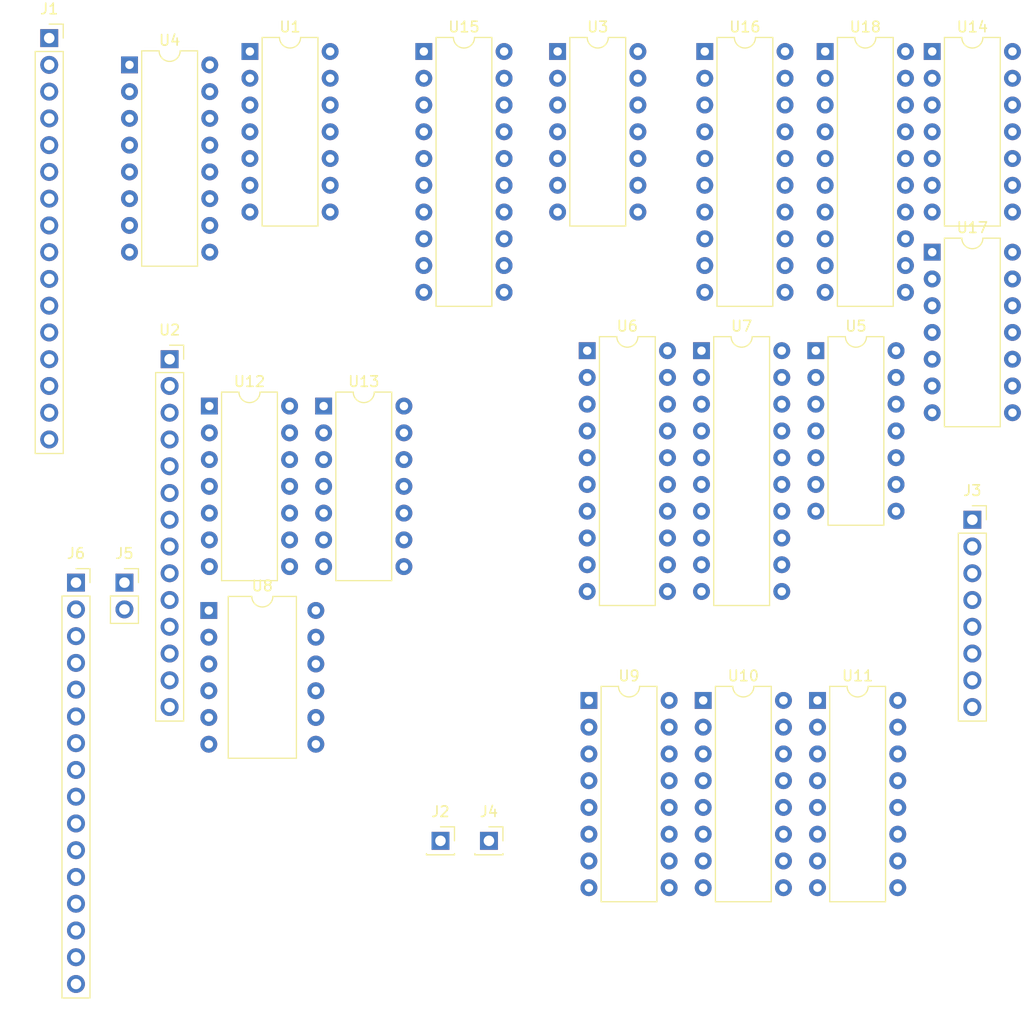
<source format=kicad_pcb>
(kicad_pcb (version 20171130) (host pcbnew 5.1.5+dfsg1-2build2)

  (general
    (thickness 1.6)
    (drawings 0)
    (tracks 0)
    (zones 0)
    (modules 24)
    (nets 101)
  )

  (page User 119.99 119.99)
  (layers
    (0 F.Cu signal)
    (31 B.Cu signal)
    (32 B.Adhes user)
    (33 F.Adhes user)
    (34 B.Paste user)
    (35 F.Paste user)
    (36 B.SilkS user)
    (37 F.SilkS user)
    (38 B.Mask user)
    (39 F.Mask user)
    (40 Dwgs.User user)
    (41 Cmts.User user)
    (42 Eco1.User user)
    (43 Eco2.User user)
    (44 Edge.Cuts user)
    (45 Margin user)
    (46 B.CrtYd user)
    (47 F.CrtYd user)
    (48 B.Fab user)
    (49 F.Fab user)
  )

  (setup
    (last_trace_width 0.25)
    (trace_clearance 0.2)
    (zone_clearance 0.508)
    (zone_45_only no)
    (trace_min 0.2)
    (via_size 0.8)
    (via_drill 0.4)
    (via_min_size 0.4)
    (via_min_drill 0.3)
    (uvia_size 0.3)
    (uvia_drill 0.1)
    (uvias_allowed no)
    (uvia_min_size 0.2)
    (uvia_min_drill 0.1)
    (edge_width 0.05)
    (segment_width 0.2)
    (pcb_text_width 0.3)
    (pcb_text_size 1.5 1.5)
    (mod_edge_width 0.12)
    (mod_text_size 1 1)
    (mod_text_width 0.15)
    (pad_size 1.524 1.524)
    (pad_drill 0.762)
    (pad_to_mask_clearance 0.051)
    (solder_mask_min_width 0.25)
    (aux_axis_origin 0 0)
    (visible_elements FFFFFF7F)
    (pcbplotparams
      (layerselection 0x010fc_ffffffff)
      (usegerberextensions false)
      (usegerberattributes false)
      (usegerberadvancedattributes false)
      (creategerberjobfile false)
      (excludeedgelayer true)
      (linewidth 0.100000)
      (plotframeref false)
      (viasonmask false)
      (mode 1)
      (useauxorigin false)
      (hpglpennumber 1)
      (hpglpenspeed 20)
      (hpglpendiameter 15.000000)
      (psnegative false)
      (psa4output false)
      (plotreference true)
      (plotvalue true)
      (plotinvisibletext false)
      (padsonsilk false)
      (subtractmaskfromsilk false)
      (outputformat 1)
      (mirror false)
      (drillshape 1)
      (scaleselection 1)
      (outputdirectory ""))
  )

  (net 0 "")
  (net 1 Global_VCC)
  (net 2 Global_GND)
  (net 3 "Net-(U15-Pad19)")
  (net 4 /destination_control/IO7)
  (net 5 "Net-(U15-Pad18)")
  (net 6 /destination_control/IO6)
  (net 7 /status_registers/Trigger_INT_Flag)
  (net 8 /destination_control/IO5)
  (net 9 "Net-(U15-Pad16)")
  (net 10 /destination_control/IO4)
  (net 11 "Net-(U15-Pad15)")
  (net 12 /destination_control/IO3)
  (net 13 "Net-(U15-Pad14)")
  (net 14 /destination_control/IO2)
  (net 15 "Net-(U15-Pad13)")
  (net 16 /destination_control/IO1)
  (net 17 "Net-(U15-Pad12)")
  (net 18 /destination_control/IO0)
  (net 19 "Net-(U15-Pad11)")
  (net 20 /adress_resolver/A15)
  (net 21 /adress_resolver/A14)
  (net 22 /adress_resolver/A13)
  (net 23 /adress_resolver/A12)
  (net 24 /adress_resolver/A11)
  (net 25 /adress_resolver/A10)
  (net 26 /adress_resolver/A9)
  (net 27 /adress_resolver/A8)
  (net 28 /adress_resolver/A7)
  (net 29 /adress_resolver/A6)
  (net 30 /adress_resolver/A5)
  (net 31 /adress_resolver/A4)
  (net 32 /adress_resolver/A3)
  (net 33 /adress_resolver/A2)
  (net 34 /adress_resolver/A1)
  (net 35 /adress_resolver/A0)
  (net 36 /destination_control/CPU_CLK)
  (net 37 /transmitter/IRRequest)
  (net 38 Own_CLK)
  (net 39 /outgate/Signal)
  (net 40 Dest15)
  (net 41 Dest14)
  (net 42 Dest13)
  (net 43 Dest12)
  (net 44 Dest11)
  (net 45 Dest10)
  (net 46 Dest9)
  (net 47 Dest8)
  (net 48 Dest7)
  (net 49 Dest6)
  (net 50 Dest5)
  (net 51 Dest4)
  (net 52 Dest3)
  (net 53 Dest2)
  (net 54 Dest1)
  (net 55 Dest0)
  (net 56 Gnd)
  (net 57 "Net-(U1-Pad8)")
  (net 58 "Net-(U2-Pad8)")
  (net 59 /status_registers/Select_Status)
  (net 60 "Net-(U12-Pad1)")
  (net 61 /transmitter/Done)
  (net 62 "Net-(U11-Pad2)")
  (net 63 "Net-(U12-Pad12)")
  (net 64 "Net-(U11-Pad1)")
  (net 65 "Net-(U10-Pad9)")
  (net 66 "Net-(U3-Pad3)")
  (net 67 "Net-(U3-Pad9)")
  (net 68 VCC)
  (net 69 /adress_resolver/Dest1)
  (net 70 "Net-(U4-Pad7)")
  (net 71 /adress_resolver/Dest2)
  (net 72 /status_registers/Select_WCR)
  (net 73 /adress_resolver/SR1)
  (net 74 /adress_resolver/SR2)
  (net 75 "Net-(U4-Pad9)")
  (net 76 /status_registers/ETransmit)
  (net 77 "Net-(U5-Pad6)")
  (net 78 "Net-(U5-Pad3)")
  (net 79 "Net-(U5-Pad9)")
  (net 80 "Net-(U16-Pad19)")
  (net 81 "Net-(U10-Pad1)")
  (net 82 "Net-(U12-Pad2)")
  (net 83 "Net-(U12-Pad5)")
  (net 84 "Net-(U8-Pad2)")
  (net 85 "Net-(U9-Pad15)")
  (net 86 "Net-(U9-Pad7)")
  (net 87 "Net-(U9-Pad10)")
  (net 88 "Net-(U12-Pad6)")
  (net 89 "Net-(U9-Pad9)")
  (net 90 "Net-(U10-Pad15)")
  (net 91 "Net-(U10-Pad7)")
  (net 92 "Net-(U10-Pad10)")
  (net 93 "Net-(U10-Pad2)")
  (net 94 "Net-(U11-Pad6)")
  (net 95 "Net-(U11-Pad5)")
  (net 96 "Net-(U11-Pad4)")
  (net 97 "Net-(U11-Pad3)")
  (net 98 "Net-(U12-Pad11)")
  (net 99 "Net-(U14-Pad1)")
  (net 100 "Net-(U17-Pad3)")

  (net_class Default "This is the default net class."
    (clearance 0.2)
    (trace_width 0.25)
    (via_dia 0.8)
    (via_drill 0.4)
    (uvia_dia 0.3)
    (uvia_drill 0.1)
    (add_net /adress_resolver/A0)
    (add_net /adress_resolver/A1)
    (add_net /adress_resolver/A10)
    (add_net /adress_resolver/A11)
    (add_net /adress_resolver/A12)
    (add_net /adress_resolver/A13)
    (add_net /adress_resolver/A14)
    (add_net /adress_resolver/A15)
    (add_net /adress_resolver/A2)
    (add_net /adress_resolver/A3)
    (add_net /adress_resolver/A4)
    (add_net /adress_resolver/A5)
    (add_net /adress_resolver/A6)
    (add_net /adress_resolver/A7)
    (add_net /adress_resolver/A8)
    (add_net /adress_resolver/A9)
    (add_net /adress_resolver/Dest1)
    (add_net /adress_resolver/Dest2)
    (add_net /adress_resolver/SR1)
    (add_net /adress_resolver/SR2)
    (add_net /destination_control/CPU_CLK)
    (add_net /destination_control/IO0)
    (add_net /destination_control/IO1)
    (add_net /destination_control/IO2)
    (add_net /destination_control/IO3)
    (add_net /destination_control/IO4)
    (add_net /destination_control/IO5)
    (add_net /destination_control/IO6)
    (add_net /destination_control/IO7)
    (add_net /outgate/Signal)
    (add_net /status_registers/ETransmit)
    (add_net /status_registers/Select_Status)
    (add_net /status_registers/Select_WCR)
    (add_net /status_registers/Trigger_INT_Flag)
    (add_net /transmitter/Done)
    (add_net /transmitter/IRRequest)
    (add_net Dest0)
    (add_net Dest1)
    (add_net Dest10)
    (add_net Dest11)
    (add_net Dest12)
    (add_net Dest13)
    (add_net Dest14)
    (add_net Dest15)
    (add_net Dest2)
    (add_net Dest3)
    (add_net Dest4)
    (add_net Dest5)
    (add_net Dest6)
    (add_net Dest7)
    (add_net Dest8)
    (add_net Dest9)
    (add_net Global_GND)
    (add_net Global_VCC)
    (add_net Gnd)
    (add_net "Net-(U1-Pad8)")
    (add_net "Net-(U10-Pad1)")
    (add_net "Net-(U10-Pad10)")
    (add_net "Net-(U10-Pad15)")
    (add_net "Net-(U10-Pad2)")
    (add_net "Net-(U10-Pad7)")
    (add_net "Net-(U10-Pad9)")
    (add_net "Net-(U11-Pad1)")
    (add_net "Net-(U11-Pad2)")
    (add_net "Net-(U11-Pad3)")
    (add_net "Net-(U11-Pad4)")
    (add_net "Net-(U11-Pad5)")
    (add_net "Net-(U11-Pad6)")
    (add_net "Net-(U12-Pad1)")
    (add_net "Net-(U12-Pad11)")
    (add_net "Net-(U12-Pad12)")
    (add_net "Net-(U12-Pad2)")
    (add_net "Net-(U12-Pad5)")
    (add_net "Net-(U12-Pad6)")
    (add_net "Net-(U14-Pad1)")
    (add_net "Net-(U15-Pad11)")
    (add_net "Net-(U15-Pad12)")
    (add_net "Net-(U15-Pad13)")
    (add_net "Net-(U15-Pad14)")
    (add_net "Net-(U15-Pad15)")
    (add_net "Net-(U15-Pad16)")
    (add_net "Net-(U15-Pad18)")
    (add_net "Net-(U15-Pad19)")
    (add_net "Net-(U16-Pad19)")
    (add_net "Net-(U17-Pad3)")
    (add_net "Net-(U2-Pad8)")
    (add_net "Net-(U3-Pad3)")
    (add_net "Net-(U3-Pad9)")
    (add_net "Net-(U4-Pad7)")
    (add_net "Net-(U4-Pad9)")
    (add_net "Net-(U5-Pad3)")
    (add_net "Net-(U5-Pad6)")
    (add_net "Net-(U5-Pad9)")
    (add_net "Net-(U8-Pad2)")
    (add_net "Net-(U9-Pad10)")
    (add_net "Net-(U9-Pad15)")
    (add_net "Net-(U9-Pad7)")
    (add_net "Net-(U9-Pad9)")
    (add_net Own_CLK)
    (add_net VCC)
  )

  (module Package_DIP:DIP-20_W7.62mm (layer F.Cu) (tedit 5A02E8C5) (tstamp 5F8A476F)
    (at 87.63 13.97)
    (descr "20-lead though-hole mounted DIP package, row spacing 7.62 mm (300 mils)")
    (tags "THT DIP DIL PDIP 2.54mm 7.62mm 300mil")
    (path /5F9FF128/5F9881E5)
    (fp_text reference U18 (at 3.81 -2.33) (layer F.SilkS)
      (effects (font (size 1 1) (thickness 0.15)))
    )
    (fp_text value 74HC374 (at 3.81 25.19) (layer F.Fab)
      (effects (font (size 1 1) (thickness 0.15)))
    )
    (fp_text user %R (at 3.81 11.43) (layer F.Fab)
      (effects (font (size 1 1) (thickness 0.15)))
    )
    (fp_line (start 8.7 -1.55) (end -1.1 -1.55) (layer F.CrtYd) (width 0.05))
    (fp_line (start 8.7 24.4) (end 8.7 -1.55) (layer F.CrtYd) (width 0.05))
    (fp_line (start -1.1 24.4) (end 8.7 24.4) (layer F.CrtYd) (width 0.05))
    (fp_line (start -1.1 -1.55) (end -1.1 24.4) (layer F.CrtYd) (width 0.05))
    (fp_line (start 6.46 -1.33) (end 4.81 -1.33) (layer F.SilkS) (width 0.12))
    (fp_line (start 6.46 24.19) (end 6.46 -1.33) (layer F.SilkS) (width 0.12))
    (fp_line (start 1.16 24.19) (end 6.46 24.19) (layer F.SilkS) (width 0.12))
    (fp_line (start 1.16 -1.33) (end 1.16 24.19) (layer F.SilkS) (width 0.12))
    (fp_line (start 2.81 -1.33) (end 1.16 -1.33) (layer F.SilkS) (width 0.12))
    (fp_line (start 0.635 -0.27) (end 1.635 -1.27) (layer F.Fab) (width 0.1))
    (fp_line (start 0.635 24.13) (end 0.635 -0.27) (layer F.Fab) (width 0.1))
    (fp_line (start 6.985 24.13) (end 0.635 24.13) (layer F.Fab) (width 0.1))
    (fp_line (start 6.985 -1.27) (end 6.985 24.13) (layer F.Fab) (width 0.1))
    (fp_line (start 1.635 -1.27) (end 6.985 -1.27) (layer F.Fab) (width 0.1))
    (fp_arc (start 3.81 -1.33) (end 2.81 -1.33) (angle -180) (layer F.SilkS) (width 0.12))
    (pad 20 thru_hole oval (at 7.62 0) (size 1.6 1.6) (drill 0.8) (layers *.Cu *.Mask)
      (net 1 Global_VCC))
    (pad 10 thru_hole oval (at 0 22.86) (size 1.6 1.6) (drill 0.8) (layers *.Cu *.Mask)
      (net 2 Global_GND))
    (pad 19 thru_hole oval (at 7.62 2.54) (size 1.6 1.6) (drill 0.8) (layers *.Cu *.Mask)
      (net 19 "Net-(U15-Pad11)"))
    (pad 9 thru_hole oval (at 0 20.32) (size 1.6 1.6) (drill 0.8) (layers *.Cu *.Mask)
      (net 11 "Net-(U15-Pad15)"))
    (pad 18 thru_hole oval (at 7.62 5.08) (size 1.6 1.6) (drill 0.8) (layers *.Cu *.Mask)
      (net 19 "Net-(U15-Pad11)"))
    (pad 8 thru_hole oval (at 0 17.78) (size 1.6 1.6) (drill 0.8) (layers *.Cu *.Mask)
      (net 11 "Net-(U15-Pad15)"))
    (pad 17 thru_hole oval (at 7.62 7.62) (size 1.6 1.6) (drill 0.8) (layers *.Cu *.Mask)
      (net 17 "Net-(U15-Pad12)"))
    (pad 7 thru_hole oval (at 0 15.24) (size 1.6 1.6) (drill 0.8) (layers *.Cu *.Mask)
      (net 9 "Net-(U15-Pad16)"))
    (pad 16 thru_hole oval (at 7.62 10.16) (size 1.6 1.6) (drill 0.8) (layers *.Cu *.Mask)
      (net 17 "Net-(U15-Pad12)"))
    (pad 6 thru_hole oval (at 0 12.7) (size 1.6 1.6) (drill 0.8) (layers *.Cu *.Mask)
      (net 9 "Net-(U15-Pad16)"))
    (pad 15 thru_hole oval (at 7.62 12.7) (size 1.6 1.6) (drill 0.8) (layers *.Cu *.Mask)
      (net 15 "Net-(U15-Pad13)"))
    (pad 5 thru_hole oval (at 0 10.16) (size 1.6 1.6) (drill 0.8) (layers *.Cu *.Mask)
      (net 7 /status_registers/Trigger_INT_Flag))
    (pad 14 thru_hole oval (at 7.62 15.24) (size 1.6 1.6) (drill 0.8) (layers *.Cu *.Mask)
      (net 15 "Net-(U15-Pad13)"))
    (pad 4 thru_hole oval (at 0 7.62) (size 1.6 1.6) (drill 0.8) (layers *.Cu *.Mask)
      (net 7 /status_registers/Trigger_INT_Flag))
    (pad 13 thru_hole oval (at 7.62 17.78) (size 1.6 1.6) (drill 0.8) (layers *.Cu *.Mask)
      (net 13 "Net-(U15-Pad14)"))
    (pad 3 thru_hole oval (at 0 5.08) (size 1.6 1.6) (drill 0.8) (layers *.Cu *.Mask)
      (net 100 "Net-(U17-Pad3)"))
    (pad 12 thru_hole oval (at 7.62 20.32) (size 1.6 1.6) (drill 0.8) (layers *.Cu *.Mask)
      (net 13 "Net-(U15-Pad14)"))
    (pad 2 thru_hole oval (at 0 2.54) (size 1.6 1.6) (drill 0.8) (layers *.Cu *.Mask)
      (net 76 /status_registers/ETransmit))
    (pad 11 thru_hole oval (at 7.62 22.86) (size 1.6 1.6) (drill 0.8) (layers *.Cu *.Mask)
      (net 98 "Net-(U12-Pad11)"))
    (pad 1 thru_hole rect (at 0 0) (size 1.6 1.6) (drill 0.8) (layers *.Cu *.Mask)
      (net 99 "Net-(U14-Pad1)"))
    (model ${KISYS3DMOD}/Package_DIP.3dshapes/DIP-20_W7.62mm.wrl
      (at (xyz 0 0 0))
      (scale (xyz 1 1 1))
      (rotate (xyz 0 0 0))
    )
  )

  (module Package_DIP:DIP-14_W7.62mm (layer F.Cu) (tedit 5A02E8C5) (tstamp 5F8A4747)
    (at 97.79 33.02)
    (descr "14-lead though-hole mounted DIP package, row spacing 7.62 mm (300 mils)")
    (tags "THT DIP DIL PDIP 2.54mm 7.62mm 300mil")
    (path /5F9FF128/5F9BFD33)
    (fp_text reference U17 (at 3.81 -2.33) (layer F.SilkS)
      (effects (font (size 1 1) (thickness 0.15)))
    )
    (fp_text value 7432 (at 3.81 17.57) (layer F.Fab)
      (effects (font (size 1 1) (thickness 0.15)))
    )
    (fp_text user %R (at 3.81 7.62) (layer F.Fab)
      (effects (font (size 1 1) (thickness 0.15)))
    )
    (fp_line (start 8.7 -1.55) (end -1.1 -1.55) (layer F.CrtYd) (width 0.05))
    (fp_line (start 8.7 16.8) (end 8.7 -1.55) (layer F.CrtYd) (width 0.05))
    (fp_line (start -1.1 16.8) (end 8.7 16.8) (layer F.CrtYd) (width 0.05))
    (fp_line (start -1.1 -1.55) (end -1.1 16.8) (layer F.CrtYd) (width 0.05))
    (fp_line (start 6.46 -1.33) (end 4.81 -1.33) (layer F.SilkS) (width 0.12))
    (fp_line (start 6.46 16.57) (end 6.46 -1.33) (layer F.SilkS) (width 0.12))
    (fp_line (start 1.16 16.57) (end 6.46 16.57) (layer F.SilkS) (width 0.12))
    (fp_line (start 1.16 -1.33) (end 1.16 16.57) (layer F.SilkS) (width 0.12))
    (fp_line (start 2.81 -1.33) (end 1.16 -1.33) (layer F.SilkS) (width 0.12))
    (fp_line (start 0.635 -0.27) (end 1.635 -1.27) (layer F.Fab) (width 0.1))
    (fp_line (start 0.635 16.51) (end 0.635 -0.27) (layer F.Fab) (width 0.1))
    (fp_line (start 6.985 16.51) (end 0.635 16.51) (layer F.Fab) (width 0.1))
    (fp_line (start 6.985 -1.27) (end 6.985 16.51) (layer F.Fab) (width 0.1))
    (fp_line (start 1.635 -1.27) (end 6.985 -1.27) (layer F.Fab) (width 0.1))
    (fp_arc (start 3.81 -1.33) (end 2.81 -1.33) (angle -180) (layer F.SilkS) (width 0.12))
    (pad 14 thru_hole oval (at 7.62 0) (size 1.6 1.6) (drill 0.8) (layers *.Cu *.Mask)
      (net 56 Gnd))
    (pad 7 thru_hole oval (at 0 15.24) (size 1.6 1.6) (drill 0.8) (layers *.Cu *.Mask)
      (net 56 Gnd))
    (pad 13 thru_hole oval (at 7.62 2.54) (size 1.6 1.6) (drill 0.8) (layers *.Cu *.Mask))
    (pad 6 thru_hole oval (at 0 12.7) (size 1.6 1.6) (drill 0.8) (layers *.Cu *.Mask))
    (pad 12 thru_hole oval (at 7.62 5.08) (size 1.6 1.6) (drill 0.8) (layers *.Cu *.Mask))
    (pad 5 thru_hole oval (at 0 10.16) (size 1.6 1.6) (drill 0.8) (layers *.Cu *.Mask))
    (pad 11 thru_hole oval (at 7.62 7.62) (size 1.6 1.6) (drill 0.8) (layers *.Cu *.Mask))
    (pad 4 thru_hole oval (at 0 7.62) (size 1.6 1.6) (drill 0.8) (layers *.Cu *.Mask))
    (pad 10 thru_hole oval (at 7.62 10.16) (size 1.6 1.6) (drill 0.8) (layers *.Cu *.Mask))
    (pad 3 thru_hole oval (at 0 5.08) (size 1.6 1.6) (drill 0.8) (layers *.Cu *.Mask)
      (net 100 "Net-(U17-Pad3)"))
    (pad 9 thru_hole oval (at 7.62 12.7) (size 1.6 1.6) (drill 0.8) (layers *.Cu *.Mask))
    (pad 2 thru_hole oval (at 0 2.54) (size 1.6 1.6) (drill 0.8) (layers *.Cu *.Mask)
      (net 5 "Net-(U15-Pad18)"))
    (pad 8 thru_hole oval (at 7.62 15.24) (size 1.6 1.6) (drill 0.8) (layers *.Cu *.Mask))
    (pad 1 thru_hole rect (at 0 0) (size 1.6 1.6) (drill 0.8) (layers *.Cu *.Mask)
      (net 2 Global_GND))
    (model ${KISYS3DMOD}/Package_DIP.3dshapes/DIP-14_W7.62mm.wrl
      (at (xyz 0 0 0))
      (scale (xyz 1 1 1))
      (rotate (xyz 0 0 0))
    )
  )

  (module Package_DIP:DIP-20_W7.62mm (layer F.Cu) (tedit 5A02E8C5) (tstamp 5F8A4725)
    (at 76.2 13.97)
    (descr "20-lead though-hole mounted DIP package, row spacing 7.62 mm (300 mils)")
    (tags "THT DIP DIL PDIP 2.54mm 7.62mm 300mil")
    (path /5F9FF128/5F99E437)
    (fp_text reference U16 (at 3.81 -2.33) (layer F.SilkS)
      (effects (font (size 1 1) (thickness 0.15)))
    )
    (fp_text value 74HC245 (at 3.81 25.19) (layer F.Fab)
      (effects (font (size 1 1) (thickness 0.15)))
    )
    (fp_text user %R (at 3.81 11.43) (layer F.Fab)
      (effects (font (size 1 1) (thickness 0.15)))
    )
    (fp_line (start 8.7 -1.55) (end -1.1 -1.55) (layer F.CrtYd) (width 0.05))
    (fp_line (start 8.7 24.4) (end 8.7 -1.55) (layer F.CrtYd) (width 0.05))
    (fp_line (start -1.1 24.4) (end 8.7 24.4) (layer F.CrtYd) (width 0.05))
    (fp_line (start -1.1 -1.55) (end -1.1 24.4) (layer F.CrtYd) (width 0.05))
    (fp_line (start 6.46 -1.33) (end 4.81 -1.33) (layer F.SilkS) (width 0.12))
    (fp_line (start 6.46 24.19) (end 6.46 -1.33) (layer F.SilkS) (width 0.12))
    (fp_line (start 1.16 24.19) (end 6.46 24.19) (layer F.SilkS) (width 0.12))
    (fp_line (start 1.16 -1.33) (end 1.16 24.19) (layer F.SilkS) (width 0.12))
    (fp_line (start 2.81 -1.33) (end 1.16 -1.33) (layer F.SilkS) (width 0.12))
    (fp_line (start 0.635 -0.27) (end 1.635 -1.27) (layer F.Fab) (width 0.1))
    (fp_line (start 0.635 24.13) (end 0.635 -0.27) (layer F.Fab) (width 0.1))
    (fp_line (start 6.985 24.13) (end 0.635 24.13) (layer F.Fab) (width 0.1))
    (fp_line (start 6.985 -1.27) (end 6.985 24.13) (layer F.Fab) (width 0.1))
    (fp_line (start 1.635 -1.27) (end 6.985 -1.27) (layer F.Fab) (width 0.1))
    (fp_arc (start 3.81 -1.33) (end 2.81 -1.33) (angle -180) (layer F.SilkS) (width 0.12))
    (pad 20 thru_hole oval (at 7.62 0) (size 1.6 1.6) (drill 0.8) (layers *.Cu *.Mask)
      (net 1 Global_VCC))
    (pad 10 thru_hole oval (at 0 22.86) (size 1.6 1.6) (drill 0.8) (layers *.Cu *.Mask)
      (net 2 Global_GND))
    (pad 19 thru_hole oval (at 7.62 2.54) (size 1.6 1.6) (drill 0.8) (layers *.Cu *.Mask)
      (net 80 "Net-(U16-Pad19)"))
    (pad 9 thru_hole oval (at 0 20.32) (size 1.6 1.6) (drill 0.8) (layers *.Cu *.Mask)
      (net 4 /destination_control/IO7))
    (pad 18 thru_hole oval (at 7.62 5.08) (size 1.6 1.6) (drill 0.8) (layers *.Cu *.Mask)
      (net 76 /status_registers/ETransmit))
    (pad 8 thru_hole oval (at 0 17.78) (size 1.6 1.6) (drill 0.8) (layers *.Cu *.Mask)
      (net 6 /destination_control/IO6))
    (pad 17 thru_hole oval (at 7.62 7.62) (size 1.6 1.6) (drill 0.8) (layers *.Cu *.Mask)
      (net 7 /status_registers/Trigger_INT_Flag))
    (pad 7 thru_hole oval (at 0 15.24) (size 1.6 1.6) (drill 0.8) (layers *.Cu *.Mask)
      (net 8 /destination_control/IO5))
    (pad 16 thru_hole oval (at 7.62 10.16) (size 1.6 1.6) (drill 0.8) (layers *.Cu *.Mask)
      (net 9 "Net-(U15-Pad16)"))
    (pad 6 thru_hole oval (at 0 12.7) (size 1.6 1.6) (drill 0.8) (layers *.Cu *.Mask)
      (net 10 /destination_control/IO4))
    (pad 15 thru_hole oval (at 7.62 12.7) (size 1.6 1.6) (drill 0.8) (layers *.Cu *.Mask)
      (net 11 "Net-(U15-Pad15)"))
    (pad 5 thru_hole oval (at 0 10.16) (size 1.6 1.6) (drill 0.8) (layers *.Cu *.Mask)
      (net 12 /destination_control/IO3))
    (pad 14 thru_hole oval (at 7.62 15.24) (size 1.6 1.6) (drill 0.8) (layers *.Cu *.Mask)
      (net 13 "Net-(U15-Pad14)"))
    (pad 4 thru_hole oval (at 0 7.62) (size 1.6 1.6) (drill 0.8) (layers *.Cu *.Mask)
      (net 14 /destination_control/IO2))
    (pad 13 thru_hole oval (at 7.62 17.78) (size 1.6 1.6) (drill 0.8) (layers *.Cu *.Mask)
      (net 15 "Net-(U15-Pad13)"))
    (pad 3 thru_hole oval (at 0 5.08) (size 1.6 1.6) (drill 0.8) (layers *.Cu *.Mask)
      (net 16 /destination_control/IO1))
    (pad 12 thru_hole oval (at 7.62 20.32) (size 1.6 1.6) (drill 0.8) (layers *.Cu *.Mask)
      (net 17 "Net-(U15-Pad12)"))
    (pad 2 thru_hole oval (at 0 2.54) (size 1.6 1.6) (drill 0.8) (layers *.Cu *.Mask)
      (net 18 /destination_control/IO0))
    (pad 11 thru_hole oval (at 7.62 22.86) (size 1.6 1.6) (drill 0.8) (layers *.Cu *.Mask)
      (net 19 "Net-(U15-Pad11)"))
    (pad 1 thru_hole rect (at 0 0) (size 1.6 1.6) (drill 0.8) (layers *.Cu *.Mask)
      (net 2 Global_GND))
    (model ${KISYS3DMOD}/Package_DIP.3dshapes/DIP-20_W7.62mm.wrl
      (at (xyz 0 0 0))
      (scale (xyz 1 1 1))
      (rotate (xyz 0 0 0))
    )
  )

  (module Package_DIP:DIP-14_W7.62mm (layer F.Cu) (tedit 5A02E8C5) (tstamp 5F8A46AF)
    (at 97.79 13.97)
    (descr "14-lead though-hole mounted DIP package, row spacing 7.62 mm (300 mils)")
    (tags "THT DIP DIL PDIP 2.54mm 7.62mm 300mil")
    (path /5F9FF128/5FA7360B)
    (fp_text reference U14 (at 3.81 -2.33) (layer F.SilkS)
      (effects (font (size 1 1) (thickness 0.15)))
    )
    (fp_text value 7402 (at 3.81 17.57) (layer F.Fab)
      (effects (font (size 1 1) (thickness 0.15)))
    )
    (fp_text user %R (at 3.81 7.62) (layer F.Fab)
      (effects (font (size 1 1) (thickness 0.15)))
    )
    (fp_line (start 8.7 -1.55) (end -1.1 -1.55) (layer F.CrtYd) (width 0.05))
    (fp_line (start 8.7 16.8) (end 8.7 -1.55) (layer F.CrtYd) (width 0.05))
    (fp_line (start -1.1 16.8) (end 8.7 16.8) (layer F.CrtYd) (width 0.05))
    (fp_line (start -1.1 -1.55) (end -1.1 16.8) (layer F.CrtYd) (width 0.05))
    (fp_line (start 6.46 -1.33) (end 4.81 -1.33) (layer F.SilkS) (width 0.12))
    (fp_line (start 6.46 16.57) (end 6.46 -1.33) (layer F.SilkS) (width 0.12))
    (fp_line (start 1.16 16.57) (end 6.46 16.57) (layer F.SilkS) (width 0.12))
    (fp_line (start 1.16 -1.33) (end 1.16 16.57) (layer F.SilkS) (width 0.12))
    (fp_line (start 2.81 -1.33) (end 1.16 -1.33) (layer F.SilkS) (width 0.12))
    (fp_line (start 0.635 -0.27) (end 1.635 -1.27) (layer F.Fab) (width 0.1))
    (fp_line (start 0.635 16.51) (end 0.635 -0.27) (layer F.Fab) (width 0.1))
    (fp_line (start 6.985 16.51) (end 0.635 16.51) (layer F.Fab) (width 0.1))
    (fp_line (start 6.985 -1.27) (end 6.985 16.51) (layer F.Fab) (width 0.1))
    (fp_line (start 1.635 -1.27) (end 6.985 -1.27) (layer F.Fab) (width 0.1))
    (fp_arc (start 3.81 -1.33) (end 2.81 -1.33) (angle -180) (layer F.SilkS) (width 0.12))
    (pad 14 thru_hole oval (at 7.62 0) (size 1.6 1.6) (drill 0.8) (layers *.Cu *.Mask)
      (net 68 VCC))
    (pad 7 thru_hole oval (at 0 15.24) (size 1.6 1.6) (drill 0.8) (layers *.Cu *.Mask)
      (net 2 Global_GND))
    (pad 13 thru_hole oval (at 7.62 2.54) (size 1.6 1.6) (drill 0.8) (layers *.Cu *.Mask))
    (pad 6 thru_hole oval (at 0 12.7) (size 1.6 1.6) (drill 0.8) (layers *.Cu *.Mask))
    (pad 12 thru_hole oval (at 7.62 5.08) (size 1.6 1.6) (drill 0.8) (layers *.Cu *.Mask))
    (pad 5 thru_hole oval (at 0 10.16) (size 1.6 1.6) (drill 0.8) (layers *.Cu *.Mask))
    (pad 11 thru_hole oval (at 7.62 7.62) (size 1.6 1.6) (drill 0.8) (layers *.Cu *.Mask))
    (pad 4 thru_hole oval (at 0 7.62) (size 1.6 1.6) (drill 0.8) (layers *.Cu *.Mask))
    (pad 10 thru_hole oval (at 7.62 10.16) (size 1.6 1.6) (drill 0.8) (layers *.Cu *.Mask))
    (pad 3 thru_hole oval (at 0 5.08) (size 1.6 1.6) (drill 0.8) (layers *.Cu *.Mask)
      (net 59 /status_registers/Select_Status))
    (pad 9 thru_hole oval (at 7.62 12.7) (size 1.6 1.6) (drill 0.8) (layers *.Cu *.Mask))
    (pad 2 thru_hole oval (at 0 2.54) (size 1.6 1.6) (drill 0.8) (layers *.Cu *.Mask)
      (net 61 /transmitter/Done))
    (pad 8 thru_hole oval (at 7.62 15.24) (size 1.6 1.6) (drill 0.8) (layers *.Cu *.Mask))
    (pad 1 thru_hole rect (at 0 0) (size 1.6 1.6) (drill 0.8) (layers *.Cu *.Mask)
      (net 99 "Net-(U14-Pad1)"))
    (model ${KISYS3DMOD}/Package_DIP.3dshapes/DIP-14_W7.62mm.wrl
      (at (xyz 0 0 0))
      (scale (xyz 1 1 1))
      (rotate (xyz 0 0 0))
    )
  )

  (module Package_DIP:DIP-14_W7.62mm (layer F.Cu) (tedit 5A02E8C5) (tstamp 5F8A468D)
    (at 40.02 47.63)
    (descr "14-lead though-hole mounted DIP package, row spacing 7.62 mm (300 mils)")
    (tags "THT DIP DIL PDIP 2.54mm 7.62mm 300mil")
    (path /5FA972F5/5F8CAD36)
    (fp_text reference U13 (at 3.81 -2.33) (layer F.SilkS)
      (effects (font (size 1 1) (thickness 0.15)))
    )
    (fp_text value 7421 (at 3.81 17.57) (layer F.Fab)
      (effects (font (size 1 1) (thickness 0.15)))
    )
    (fp_text user %R (at 3.81 7.62) (layer F.Fab)
      (effects (font (size 1 1) (thickness 0.15)))
    )
    (fp_line (start 8.7 -1.55) (end -1.1 -1.55) (layer F.CrtYd) (width 0.05))
    (fp_line (start 8.7 16.8) (end 8.7 -1.55) (layer F.CrtYd) (width 0.05))
    (fp_line (start -1.1 16.8) (end 8.7 16.8) (layer F.CrtYd) (width 0.05))
    (fp_line (start -1.1 -1.55) (end -1.1 16.8) (layer F.CrtYd) (width 0.05))
    (fp_line (start 6.46 -1.33) (end 4.81 -1.33) (layer F.SilkS) (width 0.12))
    (fp_line (start 6.46 16.57) (end 6.46 -1.33) (layer F.SilkS) (width 0.12))
    (fp_line (start 1.16 16.57) (end 6.46 16.57) (layer F.SilkS) (width 0.12))
    (fp_line (start 1.16 -1.33) (end 1.16 16.57) (layer F.SilkS) (width 0.12))
    (fp_line (start 2.81 -1.33) (end 1.16 -1.33) (layer F.SilkS) (width 0.12))
    (fp_line (start 0.635 -0.27) (end 1.635 -1.27) (layer F.Fab) (width 0.1))
    (fp_line (start 0.635 16.51) (end 0.635 -0.27) (layer F.Fab) (width 0.1))
    (fp_line (start 6.985 16.51) (end 0.635 16.51) (layer F.Fab) (width 0.1))
    (fp_line (start 6.985 -1.27) (end 6.985 16.51) (layer F.Fab) (width 0.1))
    (fp_line (start 1.635 -1.27) (end 6.985 -1.27) (layer F.Fab) (width 0.1))
    (fp_arc (start 3.81 -1.33) (end 2.81 -1.33) (angle -180) (layer F.SilkS) (width 0.12))
    (pad 14 thru_hole oval (at 7.62 0) (size 1.6 1.6) (drill 0.8) (layers *.Cu *.Mask)
      (net 56 Gnd))
    (pad 7 thru_hole oval (at 0 15.24) (size 1.6 1.6) (drill 0.8) (layers *.Cu *.Mask)
      (net 56 Gnd))
    (pad 13 thru_hole oval (at 7.62 2.54) (size 1.6 1.6) (drill 0.8) (layers *.Cu *.Mask))
    (pad 6 thru_hole oval (at 0 12.7) (size 1.6 1.6) (drill 0.8) (layers *.Cu *.Mask)
      (net 61 /transmitter/Done))
    (pad 12 thru_hole oval (at 7.62 5.08) (size 1.6 1.6) (drill 0.8) (layers *.Cu *.Mask))
    (pad 5 thru_hole oval (at 0 10.16) (size 1.6 1.6) (drill 0.8) (layers *.Cu *.Mask)
      (net 94 "Net-(U11-Pad6)"))
    (pad 11 thru_hole oval (at 7.62 7.62) (size 1.6 1.6) (drill 0.8) (layers *.Cu *.Mask))
    (pad 4 thru_hole oval (at 0 7.62) (size 1.6 1.6) (drill 0.8) (layers *.Cu *.Mask)
      (net 95 "Net-(U11-Pad5)"))
    (pad 10 thru_hole oval (at 7.62 10.16) (size 1.6 1.6) (drill 0.8) (layers *.Cu *.Mask))
    (pad 3 thru_hole oval (at 0 5.08) (size 1.6 1.6) (drill 0.8) (layers *.Cu *.Mask))
    (pad 9 thru_hole oval (at 7.62 12.7) (size 1.6 1.6) (drill 0.8) (layers *.Cu *.Mask))
    (pad 2 thru_hole oval (at 0 2.54) (size 1.6 1.6) (drill 0.8) (layers *.Cu *.Mask)
      (net 96 "Net-(U11-Pad4)"))
    (pad 8 thru_hole oval (at 7.62 15.24) (size 1.6 1.6) (drill 0.8) (layers *.Cu *.Mask))
    (pad 1 thru_hole rect (at 0 0) (size 1.6 1.6) (drill 0.8) (layers *.Cu *.Mask)
      (net 97 "Net-(U11-Pad3)"))
    (model ${KISYS3DMOD}/Package_DIP.3dshapes/DIP-14_W7.62mm.wrl
      (at (xyz 0 0 0))
      (scale (xyz 1 1 1))
      (rotate (xyz 0 0 0))
    )
  )

  (module Package_DIP:DIP-14_W7.62mm (layer F.Cu) (tedit 5A02E8C5) (tstamp 5F8A466B)
    (at 29.17 47.63)
    (descr "14-lead though-hole mounted DIP package, row spacing 7.62 mm (300 mils)")
    (tags "THT DIP DIL PDIP 2.54mm 7.62mm 300mil")
    (path /5FA972F5/5F8D99F8)
    (fp_text reference U12 (at 3.81 -2.33) (layer F.SilkS)
      (effects (font (size 1 1) (thickness 0.15)))
    )
    (fp_text value 7408 (at 3.81 17.57) (layer F.Fab)
      (effects (font (size 1 1) (thickness 0.15)))
    )
    (fp_text user %R (at 3.81 7.62) (layer F.Fab)
      (effects (font (size 1 1) (thickness 0.15)))
    )
    (fp_line (start 8.7 -1.55) (end -1.1 -1.55) (layer F.CrtYd) (width 0.05))
    (fp_line (start 8.7 16.8) (end 8.7 -1.55) (layer F.CrtYd) (width 0.05))
    (fp_line (start -1.1 16.8) (end 8.7 16.8) (layer F.CrtYd) (width 0.05))
    (fp_line (start -1.1 -1.55) (end -1.1 16.8) (layer F.CrtYd) (width 0.05))
    (fp_line (start 6.46 -1.33) (end 4.81 -1.33) (layer F.SilkS) (width 0.12))
    (fp_line (start 6.46 16.57) (end 6.46 -1.33) (layer F.SilkS) (width 0.12))
    (fp_line (start 1.16 16.57) (end 6.46 16.57) (layer F.SilkS) (width 0.12))
    (fp_line (start 1.16 -1.33) (end 1.16 16.57) (layer F.SilkS) (width 0.12))
    (fp_line (start 2.81 -1.33) (end 1.16 -1.33) (layer F.SilkS) (width 0.12))
    (fp_line (start 0.635 -0.27) (end 1.635 -1.27) (layer F.Fab) (width 0.1))
    (fp_line (start 0.635 16.51) (end 0.635 -0.27) (layer F.Fab) (width 0.1))
    (fp_line (start 6.985 16.51) (end 0.635 16.51) (layer F.Fab) (width 0.1))
    (fp_line (start 6.985 -1.27) (end 6.985 16.51) (layer F.Fab) (width 0.1))
    (fp_line (start 1.635 -1.27) (end 6.985 -1.27) (layer F.Fab) (width 0.1))
    (fp_arc (start 3.81 -1.33) (end 2.81 -1.33) (angle -180) (layer F.SilkS) (width 0.12))
    (pad 14 thru_hole oval (at 7.62 0) (size 1.6 1.6) (drill 0.8) (layers *.Cu *.Mask)
      (net 56 Gnd))
    (pad 7 thru_hole oval (at 0 15.24) (size 1.6 1.6) (drill 0.8) (layers *.Cu *.Mask)
      (net 56 Gnd))
    (pad 13 thru_hole oval (at 7.62 2.54) (size 1.6 1.6) (drill 0.8) (layers *.Cu *.Mask)
      (net 36 /destination_control/CPU_CLK))
    (pad 6 thru_hole oval (at 0 12.7) (size 1.6 1.6) (drill 0.8) (layers *.Cu *.Mask)
      (net 88 "Net-(U12-Pad6)"))
    (pad 12 thru_hole oval (at 7.62 5.08) (size 1.6 1.6) (drill 0.8) (layers *.Cu *.Mask)
      (net 63 "Net-(U12-Pad12)"))
    (pad 5 thru_hole oval (at 0 10.16) (size 1.6 1.6) (drill 0.8) (layers *.Cu *.Mask)
      (net 83 "Net-(U12-Pad5)"))
    (pad 11 thru_hole oval (at 7.62 7.62) (size 1.6 1.6) (drill 0.8) (layers *.Cu *.Mask)
      (net 98 "Net-(U12-Pad11)"))
    (pad 4 thru_hole oval (at 0 7.62) (size 1.6 1.6) (drill 0.8) (layers *.Cu *.Mask)
      (net 60 "Net-(U12-Pad1)"))
    (pad 10 thru_hole oval (at 7.62 10.16) (size 1.6 1.6) (drill 0.8) (layers *.Cu *.Mask)
      (net 7 /status_registers/Trigger_INT_Flag))
    (pad 3 thru_hole oval (at 0 5.08) (size 1.6 1.6) (drill 0.8) (layers *.Cu *.Mask)
      (net 93 "Net-(U10-Pad2)"))
    (pad 9 thru_hole oval (at 7.62 12.7) (size 1.6 1.6) (drill 0.8) (layers *.Cu *.Mask)
      (net 61 /transmitter/Done))
    (pad 2 thru_hole oval (at 0 2.54) (size 1.6 1.6) (drill 0.8) (layers *.Cu *.Mask)
      (net 82 "Net-(U12-Pad2)"))
    (pad 8 thru_hole oval (at 7.62 15.24) (size 1.6 1.6) (drill 0.8) (layers *.Cu *.Mask)
      (net 37 /transmitter/IRRequest))
    (pad 1 thru_hole rect (at 0 0) (size 1.6 1.6) (drill 0.8) (layers *.Cu *.Mask)
      (net 60 "Net-(U12-Pad1)"))
    (model ${KISYS3DMOD}/Package_DIP.3dshapes/DIP-14_W7.62mm.wrl
      (at (xyz 0 0 0))
      (scale (xyz 1 1 1))
      (rotate (xyz 0 0 0))
    )
  )

  (module Package_DIP:DIP-16_W7.62mm (layer F.Cu) (tedit 5A02E8C5) (tstamp 5F8A4649)
    (at 86.9 75.57)
    (descr "16-lead though-hole mounted DIP package, row spacing 7.62 mm (300 mils)")
    (tags "THT DIP DIL PDIP 2.54mm 7.62mm 300mil")
    (path /5FA972F5/5F8B4FDD)
    (fp_text reference U11 (at 3.81 -2.33) (layer F.SilkS)
      (effects (font (size 1 1) (thickness 0.15)))
    )
    (fp_text value 74LS393 (at 3.81 20.11) (layer F.Fab)
      (effects (font (size 1 1) (thickness 0.15)))
    )
    (fp_text user %R (at 3.81 8.89) (layer F.Fab)
      (effects (font (size 1 1) (thickness 0.15)))
    )
    (fp_line (start 8.7 -1.55) (end -1.1 -1.55) (layer F.CrtYd) (width 0.05))
    (fp_line (start 8.7 19.3) (end 8.7 -1.55) (layer F.CrtYd) (width 0.05))
    (fp_line (start -1.1 19.3) (end 8.7 19.3) (layer F.CrtYd) (width 0.05))
    (fp_line (start -1.1 -1.55) (end -1.1 19.3) (layer F.CrtYd) (width 0.05))
    (fp_line (start 6.46 -1.33) (end 4.81 -1.33) (layer F.SilkS) (width 0.12))
    (fp_line (start 6.46 19.11) (end 6.46 -1.33) (layer F.SilkS) (width 0.12))
    (fp_line (start 1.16 19.11) (end 6.46 19.11) (layer F.SilkS) (width 0.12))
    (fp_line (start 1.16 -1.33) (end 1.16 19.11) (layer F.SilkS) (width 0.12))
    (fp_line (start 2.81 -1.33) (end 1.16 -1.33) (layer F.SilkS) (width 0.12))
    (fp_line (start 0.635 -0.27) (end 1.635 -1.27) (layer F.Fab) (width 0.1))
    (fp_line (start 0.635 19.05) (end 0.635 -0.27) (layer F.Fab) (width 0.1))
    (fp_line (start 6.985 19.05) (end 0.635 19.05) (layer F.Fab) (width 0.1))
    (fp_line (start 6.985 -1.27) (end 6.985 19.05) (layer F.Fab) (width 0.1))
    (fp_line (start 1.635 -1.27) (end 6.985 -1.27) (layer F.Fab) (width 0.1))
    (fp_arc (start 3.81 -1.33) (end 2.81 -1.33) (angle -180) (layer F.SilkS) (width 0.12))
    (pad 16 thru_hole oval (at 7.62 0) (size 1.6 1.6) (drill 0.8) (layers *.Cu *.Mask))
    (pad 8 thru_hole oval (at 0 17.78) (size 1.6 1.6) (drill 0.8) (layers *.Cu *.Mask))
    (pad 15 thru_hole oval (at 7.62 2.54) (size 1.6 1.6) (drill 0.8) (layers *.Cu *.Mask))
    (pad 7 thru_hole oval (at 0 15.24) (size 1.6 1.6) (drill 0.8) (layers *.Cu *.Mask))
    (pad 14 thru_hole oval (at 7.62 5.08) (size 1.6 1.6) (drill 0.8) (layers *.Cu *.Mask))
    (pad 6 thru_hole oval (at 0 12.7) (size 1.6 1.6) (drill 0.8) (layers *.Cu *.Mask)
      (net 94 "Net-(U11-Pad6)"))
    (pad 13 thru_hole oval (at 7.62 7.62) (size 1.6 1.6) (drill 0.8) (layers *.Cu *.Mask))
    (pad 5 thru_hole oval (at 0 10.16) (size 1.6 1.6) (drill 0.8) (layers *.Cu *.Mask)
      (net 95 "Net-(U11-Pad5)"))
    (pad 12 thru_hole oval (at 7.62 10.16) (size 1.6 1.6) (drill 0.8) (layers *.Cu *.Mask))
    (pad 4 thru_hole oval (at 0 7.62) (size 1.6 1.6) (drill 0.8) (layers *.Cu *.Mask)
      (net 96 "Net-(U11-Pad4)"))
    (pad 11 thru_hole oval (at 7.62 12.7) (size 1.6 1.6) (drill 0.8) (layers *.Cu *.Mask))
    (pad 3 thru_hole oval (at 0 5.08) (size 1.6 1.6) (drill 0.8) (layers *.Cu *.Mask)
      (net 97 "Net-(U11-Pad3)"))
    (pad 10 thru_hole oval (at 7.62 15.24) (size 1.6 1.6) (drill 0.8) (layers *.Cu *.Mask))
    (pad 2 thru_hole oval (at 0 2.54) (size 1.6 1.6) (drill 0.8) (layers *.Cu *.Mask)
      (net 62 "Net-(U11-Pad2)"))
    (pad 9 thru_hole oval (at 7.62 17.78) (size 1.6 1.6) (drill 0.8) (layers *.Cu *.Mask))
    (pad 1 thru_hole rect (at 0 0) (size 1.6 1.6) (drill 0.8) (layers *.Cu *.Mask)
      (net 64 "Net-(U11-Pad1)"))
    (model ${KISYS3DMOD}/Package_DIP.3dshapes/DIP-16_W7.62mm.wrl
      (at (xyz 0 0 0))
      (scale (xyz 1 1 1))
      (rotate (xyz 0 0 0))
    )
  )

  (module Package_DIP:DIP-16_W7.62mm (layer F.Cu) (tedit 5A02E8C5) (tstamp 5F8A4625)
    (at 76.05 75.57)
    (descr "16-lead though-hole mounted DIP package, row spacing 7.62 mm (300 mils)")
    (tags "THT DIP DIL PDIP 2.54mm 7.62mm 300mil")
    (path /5FA972F5/5F8F60BC)
    (fp_text reference U10 (at 3.81 -2.33) (layer F.SilkS)
      (effects (font (size 1 1) (thickness 0.15)))
    )
    (fp_text value 74165 (at 3.81 20.11) (layer F.Fab)
      (effects (font (size 1 1) (thickness 0.15)))
    )
    (fp_text user %R (at 3.81 8.89) (layer F.Fab)
      (effects (font (size 1 1) (thickness 0.15)))
    )
    (fp_line (start 8.7 -1.55) (end -1.1 -1.55) (layer F.CrtYd) (width 0.05))
    (fp_line (start 8.7 19.3) (end 8.7 -1.55) (layer F.CrtYd) (width 0.05))
    (fp_line (start -1.1 19.3) (end 8.7 19.3) (layer F.CrtYd) (width 0.05))
    (fp_line (start -1.1 -1.55) (end -1.1 19.3) (layer F.CrtYd) (width 0.05))
    (fp_line (start 6.46 -1.33) (end 4.81 -1.33) (layer F.SilkS) (width 0.12))
    (fp_line (start 6.46 19.11) (end 6.46 -1.33) (layer F.SilkS) (width 0.12))
    (fp_line (start 1.16 19.11) (end 6.46 19.11) (layer F.SilkS) (width 0.12))
    (fp_line (start 1.16 -1.33) (end 1.16 19.11) (layer F.SilkS) (width 0.12))
    (fp_line (start 2.81 -1.33) (end 1.16 -1.33) (layer F.SilkS) (width 0.12))
    (fp_line (start 0.635 -0.27) (end 1.635 -1.27) (layer F.Fab) (width 0.1))
    (fp_line (start 0.635 19.05) (end 0.635 -0.27) (layer F.Fab) (width 0.1))
    (fp_line (start 6.985 19.05) (end 0.635 19.05) (layer F.Fab) (width 0.1))
    (fp_line (start 6.985 -1.27) (end 6.985 19.05) (layer F.Fab) (width 0.1))
    (fp_line (start 1.635 -1.27) (end 6.985 -1.27) (layer F.Fab) (width 0.1))
    (fp_arc (start 3.81 -1.33) (end 2.81 -1.33) (angle -180) (layer F.SilkS) (width 0.12))
    (pad 16 thru_hole oval (at 7.62 0) (size 1.6 1.6) (drill 0.8) (layers *.Cu *.Mask)
      (net 68 VCC))
    (pad 8 thru_hole oval (at 0 17.78) (size 1.6 1.6) (drill 0.8) (layers *.Cu *.Mask)
      (net 2 Global_GND))
    (pad 15 thru_hole oval (at 7.62 2.54) (size 1.6 1.6) (drill 0.8) (layers *.Cu *.Mask)
      (net 90 "Net-(U10-Pad15)"))
    (pad 7 thru_hole oval (at 0 15.24) (size 1.6 1.6) (drill 0.8) (layers *.Cu *.Mask)
      (net 91 "Net-(U10-Pad7)"))
    (pad 14 thru_hole oval (at 7.62 5.08) (size 1.6 1.6) (drill 0.8) (layers *.Cu *.Mask)
      (net 12 /destination_control/IO3))
    (pad 6 thru_hole oval (at 0 12.7) (size 1.6 1.6) (drill 0.8) (layers *.Cu *.Mask)
      (net 4 /destination_control/IO7))
    (pad 13 thru_hole oval (at 7.62 7.62) (size 1.6 1.6) (drill 0.8) (layers *.Cu *.Mask)
      (net 14 /destination_control/IO2))
    (pad 5 thru_hole oval (at 0 10.16) (size 1.6 1.6) (drill 0.8) (layers *.Cu *.Mask)
      (net 6 /destination_control/IO6))
    (pad 12 thru_hole oval (at 7.62 10.16) (size 1.6 1.6) (drill 0.8) (layers *.Cu *.Mask)
      (net 16 /destination_control/IO1))
    (pad 4 thru_hole oval (at 0 7.62) (size 1.6 1.6) (drill 0.8) (layers *.Cu *.Mask)
      (net 8 /destination_control/IO5))
    (pad 11 thru_hole oval (at 7.62 12.7) (size 1.6 1.6) (drill 0.8) (layers *.Cu *.Mask)
      (net 18 /destination_control/IO0))
    (pad 3 thru_hole oval (at 0 5.08) (size 1.6 1.6) (drill 0.8) (layers *.Cu *.Mask)
      (net 10 /destination_control/IO4))
    (pad 10 thru_hole oval (at 7.62 15.24) (size 1.6 1.6) (drill 0.8) (layers *.Cu *.Mask)
      (net 92 "Net-(U10-Pad10)"))
    (pad 2 thru_hole oval (at 0 2.54) (size 1.6 1.6) (drill 0.8) (layers *.Cu *.Mask)
      (net 93 "Net-(U10-Pad2)"))
    (pad 9 thru_hole oval (at 7.62 17.78) (size 1.6 1.6) (drill 0.8) (layers *.Cu *.Mask)
      (net 65 "Net-(U10-Pad9)"))
    (pad 1 thru_hole rect (at 0 0) (size 1.6 1.6) (drill 0.8) (layers *.Cu *.Mask)
      (net 81 "Net-(U10-Pad1)"))
    (model ${KISYS3DMOD}/Package_DIP.3dshapes/DIP-16_W7.62mm.wrl
      (at (xyz 0 0 0))
      (scale (xyz 1 1 1))
      (rotate (xyz 0 0 0))
    )
  )

  (module Package_DIP:DIP-16_W7.62mm (layer F.Cu) (tedit 5A02E8C5) (tstamp 5F8A4601)
    (at 65.2 75.57)
    (descr "16-lead though-hole mounted DIP package, row spacing 7.62 mm (300 mils)")
    (tags "THT DIP DIL PDIP 2.54mm 7.62mm 300mil")
    (path /5FA972F5/5F8F2412)
    (fp_text reference U9 (at 3.81 -2.33) (layer F.SilkS)
      (effects (font (size 1 1) (thickness 0.15)))
    )
    (fp_text value 74165 (at 3.81 20.11) (layer F.Fab)
      (effects (font (size 1 1) (thickness 0.15)))
    )
    (fp_text user %R (at 3.81 8.89) (layer F.Fab)
      (effects (font (size 1 1) (thickness 0.15)))
    )
    (fp_line (start 8.7 -1.55) (end -1.1 -1.55) (layer F.CrtYd) (width 0.05))
    (fp_line (start 8.7 19.3) (end 8.7 -1.55) (layer F.CrtYd) (width 0.05))
    (fp_line (start -1.1 19.3) (end 8.7 19.3) (layer F.CrtYd) (width 0.05))
    (fp_line (start -1.1 -1.55) (end -1.1 19.3) (layer F.CrtYd) (width 0.05))
    (fp_line (start 6.46 -1.33) (end 4.81 -1.33) (layer F.SilkS) (width 0.12))
    (fp_line (start 6.46 19.11) (end 6.46 -1.33) (layer F.SilkS) (width 0.12))
    (fp_line (start 1.16 19.11) (end 6.46 19.11) (layer F.SilkS) (width 0.12))
    (fp_line (start 1.16 -1.33) (end 1.16 19.11) (layer F.SilkS) (width 0.12))
    (fp_line (start 2.81 -1.33) (end 1.16 -1.33) (layer F.SilkS) (width 0.12))
    (fp_line (start 0.635 -0.27) (end 1.635 -1.27) (layer F.Fab) (width 0.1))
    (fp_line (start 0.635 19.05) (end 0.635 -0.27) (layer F.Fab) (width 0.1))
    (fp_line (start 6.985 19.05) (end 0.635 19.05) (layer F.Fab) (width 0.1))
    (fp_line (start 6.985 -1.27) (end 6.985 19.05) (layer F.Fab) (width 0.1))
    (fp_line (start 1.635 -1.27) (end 6.985 -1.27) (layer F.Fab) (width 0.1))
    (fp_arc (start 3.81 -1.33) (end 2.81 -1.33) (angle -180) (layer F.SilkS) (width 0.12))
    (pad 16 thru_hole oval (at 7.62 0) (size 1.6 1.6) (drill 0.8) (layers *.Cu *.Mask)
      (net 68 VCC))
    (pad 8 thru_hole oval (at 0 17.78) (size 1.6 1.6) (drill 0.8) (layers *.Cu *.Mask)
      (net 2 Global_GND))
    (pad 15 thru_hole oval (at 7.62 2.54) (size 1.6 1.6) (drill 0.8) (layers *.Cu *.Mask)
      (net 85 "Net-(U9-Pad15)"))
    (pad 7 thru_hole oval (at 0 15.24) (size 1.6 1.6) (drill 0.8) (layers *.Cu *.Mask)
      (net 86 "Net-(U9-Pad7)"))
    (pad 14 thru_hole oval (at 7.62 5.08) (size 1.6 1.6) (drill 0.8) (layers *.Cu *.Mask)
      (net 12 /destination_control/IO3))
    (pad 6 thru_hole oval (at 0 12.7) (size 1.6 1.6) (drill 0.8) (layers *.Cu *.Mask)
      (net 4 /destination_control/IO7))
    (pad 13 thru_hole oval (at 7.62 7.62) (size 1.6 1.6) (drill 0.8) (layers *.Cu *.Mask)
      (net 14 /destination_control/IO2))
    (pad 5 thru_hole oval (at 0 10.16) (size 1.6 1.6) (drill 0.8) (layers *.Cu *.Mask)
      (net 6 /destination_control/IO6))
    (pad 12 thru_hole oval (at 7.62 10.16) (size 1.6 1.6) (drill 0.8) (layers *.Cu *.Mask)
      (net 16 /destination_control/IO1))
    (pad 4 thru_hole oval (at 0 7.62) (size 1.6 1.6) (drill 0.8) (layers *.Cu *.Mask)
      (net 8 /destination_control/IO5))
    (pad 11 thru_hole oval (at 7.62 12.7) (size 1.6 1.6) (drill 0.8) (layers *.Cu *.Mask)
      (net 18 /destination_control/IO0))
    (pad 3 thru_hole oval (at 0 5.08) (size 1.6 1.6) (drill 0.8) (layers *.Cu *.Mask)
      (net 10 /destination_control/IO4))
    (pad 10 thru_hole oval (at 7.62 15.24) (size 1.6 1.6) (drill 0.8) (layers *.Cu *.Mask)
      (net 87 "Net-(U9-Pad10)"))
    (pad 2 thru_hole oval (at 0 2.54) (size 1.6 1.6) (drill 0.8) (layers *.Cu *.Mask)
      (net 88 "Net-(U12-Pad6)"))
    (pad 9 thru_hole oval (at 7.62 17.78) (size 1.6 1.6) (drill 0.8) (layers *.Cu *.Mask)
      (net 89 "Net-(U9-Pad9)"))
    (pad 1 thru_hole rect (at 0 0) (size 1.6 1.6) (drill 0.8) (layers *.Cu *.Mask)
      (net 84 "Net-(U8-Pad2)"))
    (model ${KISYS3DMOD}/Package_DIP.3dshapes/DIP-16_W7.62mm.wrl
      (at (xyz 0 0 0))
      (scale (xyz 1 1 1))
      (rotate (xyz 0 0 0))
    )
  )

  (module Package_DIP:DIP-12_W10.16mm (layer F.Cu) (tedit 5A02E8C5) (tstamp 5F8A45DD)
    (at 29.12 67.03)
    (descr "12-lead though-hole mounted DIP package, row spacing 10.16 mm (400 mils)")
    (tags "THT DIP DIL PDIP 2.54mm 10.16mm 400mil")
    (path /5FA972F5/5F89B2C4)
    (fp_text reference U8 (at 5.08 -2.33) (layer F.SilkS)
      (effects (font (size 1 1) (thickness 0.15)))
    )
    (fp_text value 7404 (at 5.08 15.03) (layer F.Fab)
      (effects (font (size 1 1) (thickness 0.15)))
    )
    (fp_text user %R (at 5.08 6.35) (layer F.Fab)
      (effects (font (size 1 1) (thickness 0.15)))
    )
    (fp_line (start 11.25 -1.55) (end -1.05 -1.55) (layer F.CrtYd) (width 0.05))
    (fp_line (start 11.25 14.25) (end 11.25 -1.55) (layer F.CrtYd) (width 0.05))
    (fp_line (start -1.05 14.25) (end 11.25 14.25) (layer F.CrtYd) (width 0.05))
    (fp_line (start -1.05 -1.55) (end -1.05 14.25) (layer F.CrtYd) (width 0.05))
    (fp_line (start 8.315 -1.33) (end 6.08 -1.33) (layer F.SilkS) (width 0.12))
    (fp_line (start 8.315 14.03) (end 8.315 -1.33) (layer F.SilkS) (width 0.12))
    (fp_line (start 1.845 14.03) (end 8.315 14.03) (layer F.SilkS) (width 0.12))
    (fp_line (start 1.845 -1.33) (end 1.845 14.03) (layer F.SilkS) (width 0.12))
    (fp_line (start 4.08 -1.33) (end 1.845 -1.33) (layer F.SilkS) (width 0.12))
    (fp_line (start 1.905 -0.27) (end 2.905 -1.27) (layer F.Fab) (width 0.1))
    (fp_line (start 1.905 13.97) (end 1.905 -0.27) (layer F.Fab) (width 0.1))
    (fp_line (start 8.255 13.97) (end 1.905 13.97) (layer F.Fab) (width 0.1))
    (fp_line (start 8.255 -1.27) (end 8.255 13.97) (layer F.Fab) (width 0.1))
    (fp_line (start 2.905 -1.27) (end 8.255 -1.27) (layer F.Fab) (width 0.1))
    (fp_arc (start 5.08 -1.33) (end 4.08 -1.33) (angle -180) (layer F.SilkS) (width 0.12))
    (pad 12 thru_hole oval (at 10.16 0) (size 1.6 1.6) (drill 0.8) (layers *.Cu *.Mask)
      (net 80 "Net-(U16-Pad19)"))
    (pad 6 thru_hole oval (at 0 12.7) (size 1.6 1.6) (drill 0.8) (layers *.Cu *.Mask)
      (net 79 "Net-(U5-Pad9)"))
    (pad 11 thru_hole oval (at 10.16 2.54) (size 1.6 1.6) (drill 0.8) (layers *.Cu *.Mask)
      (net 72 /status_registers/Select_WCR))
    (pad 5 thru_hole oval (at 0 10.16) (size 1.6 1.6) (drill 0.8) (layers *.Cu *.Mask)
      (net 76 /status_registers/ETransmit))
    (pad 10 thru_hole oval (at 10.16 5.08) (size 1.6 1.6) (drill 0.8) (layers *.Cu *.Mask)
      (net 3 "Net-(U15-Pad19)"))
    (pad 4 thru_hole oval (at 0 7.62) (size 1.6 1.6) (drill 0.8) (layers *.Cu *.Mask)
      (net 81 "Net-(U10-Pad1)"))
    (pad 9 thru_hole oval (at 10.16 7.62) (size 1.6 1.6) (drill 0.8) (layers *.Cu *.Mask)
      (net 82 "Net-(U12-Pad2)"))
    (pad 3 thru_hole oval (at 0 5.08) (size 1.6 1.6) (drill 0.8) (layers *.Cu *.Mask)
      (net 74 /adress_resolver/SR2))
    (pad 8 thru_hole oval (at 10.16 10.16) (size 1.6 1.6) (drill 0.8) (layers *.Cu *.Mask)
      (net 83 "Net-(U12-Pad5)"))
    (pad 2 thru_hole oval (at 0 2.54) (size 1.6 1.6) (drill 0.8) (layers *.Cu *.Mask)
      (net 84 "Net-(U8-Pad2)"))
    (pad 7 thru_hole oval (at 10.16 12.7) (size 1.6 1.6) (drill 0.8) (layers *.Cu *.Mask)
      (net 56 Gnd))
    (pad 1 thru_hole rect (at 0 0) (size 1.6 1.6) (drill 0.8) (layers *.Cu *.Mask)
      (net 73 /adress_resolver/SR1))
    (model ${KISYS3DMOD}/Package_DIP.3dshapes/DIP-12_W10.16mm.wrl
      (at (xyz 0 0 0))
      (scale (xyz 1 1 1))
      (rotate (xyz 0 0 0))
    )
  )

  (module Package_DIP:DIP-20_W7.62mm (layer F.Cu) (tedit 5A02E8C5) (tstamp 5F8A45BD)
    (at 75.89 42.37)
    (descr "20-lead though-hole mounted DIP package, row spacing 7.62 mm (300 mils)")
    (tags "THT DIP DIL PDIP 2.54mm 7.62mm 300mil")
    (path /5F9D49C7/5F9DEED7)
    (fp_text reference U7 (at 3.81 -2.33) (layer F.SilkS)
      (effects (font (size 1 1) (thickness 0.15)))
    )
    (fp_text value 74HC374 (at 3.81 25.19) (layer F.Fab)
      (effects (font (size 1 1) (thickness 0.15)))
    )
    (fp_text user %R (at 3.81 11.43) (layer F.Fab)
      (effects (font (size 1 1) (thickness 0.15)))
    )
    (fp_line (start 8.7 -1.55) (end -1.1 -1.55) (layer F.CrtYd) (width 0.05))
    (fp_line (start 8.7 24.4) (end 8.7 -1.55) (layer F.CrtYd) (width 0.05))
    (fp_line (start -1.1 24.4) (end 8.7 24.4) (layer F.CrtYd) (width 0.05))
    (fp_line (start -1.1 -1.55) (end -1.1 24.4) (layer F.CrtYd) (width 0.05))
    (fp_line (start 6.46 -1.33) (end 4.81 -1.33) (layer F.SilkS) (width 0.12))
    (fp_line (start 6.46 24.19) (end 6.46 -1.33) (layer F.SilkS) (width 0.12))
    (fp_line (start 1.16 24.19) (end 6.46 24.19) (layer F.SilkS) (width 0.12))
    (fp_line (start 1.16 -1.33) (end 1.16 24.19) (layer F.SilkS) (width 0.12))
    (fp_line (start 2.81 -1.33) (end 1.16 -1.33) (layer F.SilkS) (width 0.12))
    (fp_line (start 0.635 -0.27) (end 1.635 -1.27) (layer F.Fab) (width 0.1))
    (fp_line (start 0.635 24.13) (end 0.635 -0.27) (layer F.Fab) (width 0.1))
    (fp_line (start 6.985 24.13) (end 0.635 24.13) (layer F.Fab) (width 0.1))
    (fp_line (start 6.985 -1.27) (end 6.985 24.13) (layer F.Fab) (width 0.1))
    (fp_line (start 1.635 -1.27) (end 6.985 -1.27) (layer F.Fab) (width 0.1))
    (fp_arc (start 3.81 -1.33) (end 2.81 -1.33) (angle -180) (layer F.SilkS) (width 0.12))
    (pad 20 thru_hole oval (at 7.62 0) (size 1.6 1.6) (drill 0.8) (layers *.Cu *.Mask)
      (net 1 Global_VCC))
    (pad 10 thru_hole oval (at 0 22.86) (size 1.6 1.6) (drill 0.8) (layers *.Cu *.Mask)
      (net 2 Global_GND))
    (pad 19 thru_hole oval (at 7.62 2.54) (size 1.6 1.6) (drill 0.8) (layers *.Cu *.Mask)
      (net 40 Dest15))
    (pad 9 thru_hole oval (at 0 20.32) (size 1.6 1.6) (drill 0.8) (layers *.Cu *.Mask)
      (net 44 Dest11))
    (pad 18 thru_hole oval (at 7.62 5.08) (size 1.6 1.6) (drill 0.8) (layers *.Cu *.Mask)
      (net 4 /destination_control/IO7))
    (pad 8 thru_hole oval (at 0 17.78) (size 1.6 1.6) (drill 0.8) (layers *.Cu *.Mask)
      (net 12 /destination_control/IO3))
    (pad 17 thru_hole oval (at 7.62 7.62) (size 1.6 1.6) (drill 0.8) (layers *.Cu *.Mask)
      (net 6 /destination_control/IO6))
    (pad 7 thru_hole oval (at 0 15.24) (size 1.6 1.6) (drill 0.8) (layers *.Cu *.Mask)
      (net 14 /destination_control/IO2))
    (pad 16 thru_hole oval (at 7.62 10.16) (size 1.6 1.6) (drill 0.8) (layers *.Cu *.Mask)
      (net 41 Dest14))
    (pad 6 thru_hole oval (at 0 12.7) (size 1.6 1.6) (drill 0.8) (layers *.Cu *.Mask)
      (net 45 Dest10))
    (pad 15 thru_hole oval (at 7.62 12.7) (size 1.6 1.6) (drill 0.8) (layers *.Cu *.Mask)
      (net 42 Dest13))
    (pad 5 thru_hole oval (at 0 10.16) (size 1.6 1.6) (drill 0.8) (layers *.Cu *.Mask)
      (net 46 Dest9))
    (pad 14 thru_hole oval (at 7.62 15.24) (size 1.6 1.6) (drill 0.8) (layers *.Cu *.Mask)
      (net 8 /destination_control/IO5))
    (pad 4 thru_hole oval (at 0 7.62) (size 1.6 1.6) (drill 0.8) (layers *.Cu *.Mask)
      (net 16 /destination_control/IO1))
    (pad 13 thru_hole oval (at 7.62 17.78) (size 1.6 1.6) (drill 0.8) (layers *.Cu *.Mask)
      (net 10 /destination_control/IO4))
    (pad 3 thru_hole oval (at 0 5.08) (size 1.6 1.6) (drill 0.8) (layers *.Cu *.Mask)
      (net 18 /destination_control/IO0))
    (pad 12 thru_hole oval (at 7.62 20.32) (size 1.6 1.6) (drill 0.8) (layers *.Cu *.Mask)
      (net 43 Dest12))
    (pad 2 thru_hole oval (at 0 2.54) (size 1.6 1.6) (drill 0.8) (layers *.Cu *.Mask)
      (net 47 Dest8))
    (pad 11 thru_hole oval (at 7.62 22.86) (size 1.6 1.6) (drill 0.8) (layers *.Cu *.Mask)
      (net 77 "Net-(U5-Pad6)"))
    (pad 1 thru_hole rect (at 0 0) (size 1.6 1.6) (drill 0.8) (layers *.Cu *.Mask)
      (net 2 Global_GND))
    (model ${KISYS3DMOD}/Package_DIP.3dshapes/DIP-20_W7.62mm.wrl
      (at (xyz 0 0 0))
      (scale (xyz 1 1 1))
      (rotate (xyz 0 0 0))
    )
  )

  (module Package_DIP:DIP-20_W7.62mm (layer F.Cu) (tedit 5A02E8C5) (tstamp 5F8A4595)
    (at 65.04 42.37)
    (descr "20-lead though-hole mounted DIP package, row spacing 7.62 mm (300 mils)")
    (tags "THT DIP DIL PDIP 2.54mm 7.62mm 300mil")
    (path /5F9D49C7/5F9DAC92)
    (fp_text reference U6 (at 3.81 -2.33) (layer F.SilkS)
      (effects (font (size 1 1) (thickness 0.15)))
    )
    (fp_text value 74HC374 (at 3.81 25.19) (layer F.Fab)
      (effects (font (size 1 1) (thickness 0.15)))
    )
    (fp_text user %R (at 3.81 11.43) (layer F.Fab)
      (effects (font (size 1 1) (thickness 0.15)))
    )
    (fp_line (start 8.7 -1.55) (end -1.1 -1.55) (layer F.CrtYd) (width 0.05))
    (fp_line (start 8.7 24.4) (end 8.7 -1.55) (layer F.CrtYd) (width 0.05))
    (fp_line (start -1.1 24.4) (end 8.7 24.4) (layer F.CrtYd) (width 0.05))
    (fp_line (start -1.1 -1.55) (end -1.1 24.4) (layer F.CrtYd) (width 0.05))
    (fp_line (start 6.46 -1.33) (end 4.81 -1.33) (layer F.SilkS) (width 0.12))
    (fp_line (start 6.46 24.19) (end 6.46 -1.33) (layer F.SilkS) (width 0.12))
    (fp_line (start 1.16 24.19) (end 6.46 24.19) (layer F.SilkS) (width 0.12))
    (fp_line (start 1.16 -1.33) (end 1.16 24.19) (layer F.SilkS) (width 0.12))
    (fp_line (start 2.81 -1.33) (end 1.16 -1.33) (layer F.SilkS) (width 0.12))
    (fp_line (start 0.635 -0.27) (end 1.635 -1.27) (layer F.Fab) (width 0.1))
    (fp_line (start 0.635 24.13) (end 0.635 -0.27) (layer F.Fab) (width 0.1))
    (fp_line (start 6.985 24.13) (end 0.635 24.13) (layer F.Fab) (width 0.1))
    (fp_line (start 6.985 -1.27) (end 6.985 24.13) (layer F.Fab) (width 0.1))
    (fp_line (start 1.635 -1.27) (end 6.985 -1.27) (layer F.Fab) (width 0.1))
    (fp_arc (start 3.81 -1.33) (end 2.81 -1.33) (angle -180) (layer F.SilkS) (width 0.12))
    (pad 20 thru_hole oval (at 7.62 0) (size 1.6 1.6) (drill 0.8) (layers *.Cu *.Mask)
      (net 1 Global_VCC))
    (pad 10 thru_hole oval (at 0 22.86) (size 1.6 1.6) (drill 0.8) (layers *.Cu *.Mask)
      (net 2 Global_GND))
    (pad 19 thru_hole oval (at 7.62 2.54) (size 1.6 1.6) (drill 0.8) (layers *.Cu *.Mask)
      (net 48 Dest7))
    (pad 9 thru_hole oval (at 0 20.32) (size 1.6 1.6) (drill 0.8) (layers *.Cu *.Mask)
      (net 52 Dest3))
    (pad 18 thru_hole oval (at 7.62 5.08) (size 1.6 1.6) (drill 0.8) (layers *.Cu *.Mask)
      (net 4 /destination_control/IO7))
    (pad 8 thru_hole oval (at 0 17.78) (size 1.6 1.6) (drill 0.8) (layers *.Cu *.Mask)
      (net 12 /destination_control/IO3))
    (pad 17 thru_hole oval (at 7.62 7.62) (size 1.6 1.6) (drill 0.8) (layers *.Cu *.Mask)
      (net 6 /destination_control/IO6))
    (pad 7 thru_hole oval (at 0 15.24) (size 1.6 1.6) (drill 0.8) (layers *.Cu *.Mask)
      (net 14 /destination_control/IO2))
    (pad 16 thru_hole oval (at 7.62 10.16) (size 1.6 1.6) (drill 0.8) (layers *.Cu *.Mask)
      (net 49 Dest6))
    (pad 6 thru_hole oval (at 0 12.7) (size 1.6 1.6) (drill 0.8) (layers *.Cu *.Mask)
      (net 53 Dest2))
    (pad 15 thru_hole oval (at 7.62 12.7) (size 1.6 1.6) (drill 0.8) (layers *.Cu *.Mask)
      (net 50 Dest5))
    (pad 5 thru_hole oval (at 0 10.16) (size 1.6 1.6) (drill 0.8) (layers *.Cu *.Mask)
      (net 54 Dest1))
    (pad 14 thru_hole oval (at 7.62 15.24) (size 1.6 1.6) (drill 0.8) (layers *.Cu *.Mask)
      (net 8 /destination_control/IO5))
    (pad 4 thru_hole oval (at 0 7.62) (size 1.6 1.6) (drill 0.8) (layers *.Cu *.Mask)
      (net 16 /destination_control/IO1))
    (pad 13 thru_hole oval (at 7.62 17.78) (size 1.6 1.6) (drill 0.8) (layers *.Cu *.Mask)
      (net 10 /destination_control/IO4))
    (pad 3 thru_hole oval (at 0 5.08) (size 1.6 1.6) (drill 0.8) (layers *.Cu *.Mask)
      (net 18 /destination_control/IO0))
    (pad 12 thru_hole oval (at 7.62 20.32) (size 1.6 1.6) (drill 0.8) (layers *.Cu *.Mask)
      (net 51 Dest4))
    (pad 2 thru_hole oval (at 0 2.54) (size 1.6 1.6) (drill 0.8) (layers *.Cu *.Mask)
      (net 55 Dest0))
    (pad 11 thru_hole oval (at 7.62 22.86) (size 1.6 1.6) (drill 0.8) (layers *.Cu *.Mask)
      (net 78 "Net-(U5-Pad3)"))
    (pad 1 thru_hole rect (at 0 0) (size 1.6 1.6) (drill 0.8) (layers *.Cu *.Mask)
      (net 2 Global_GND))
    (model ${KISYS3DMOD}/Package_DIP.3dshapes/DIP-20_W7.62mm.wrl
      (at (xyz 0 0 0))
      (scale (xyz 1 1 1))
      (rotate (xyz 0 0 0))
    )
  )

  (module Package_DIP:DIP-14_W7.62mm (layer F.Cu) (tedit 5A02E8C5) (tstamp 5F8A456D)
    (at 86.74 42.37)
    (descr "14-lead though-hole mounted DIP package, row spacing 7.62 mm (300 mils)")
    (tags "THT DIP DIL PDIP 2.54mm 7.62mm 300mil")
    (path /5F9D49C7/5FA382F7)
    (fp_text reference U5 (at 3.81 -2.33) (layer F.SilkS)
      (effects (font (size 1 1) (thickness 0.15)))
    )
    (fp_text value 7408 (at 3.81 17.57) (layer F.Fab)
      (effects (font (size 1 1) (thickness 0.15)))
    )
    (fp_text user %R (at 3.81 7.62) (layer F.Fab)
      (effects (font (size 1 1) (thickness 0.15)))
    )
    (fp_line (start 8.7 -1.55) (end -1.1 -1.55) (layer F.CrtYd) (width 0.05))
    (fp_line (start 8.7 16.8) (end 8.7 -1.55) (layer F.CrtYd) (width 0.05))
    (fp_line (start -1.1 16.8) (end 8.7 16.8) (layer F.CrtYd) (width 0.05))
    (fp_line (start -1.1 -1.55) (end -1.1 16.8) (layer F.CrtYd) (width 0.05))
    (fp_line (start 6.46 -1.33) (end 4.81 -1.33) (layer F.SilkS) (width 0.12))
    (fp_line (start 6.46 16.57) (end 6.46 -1.33) (layer F.SilkS) (width 0.12))
    (fp_line (start 1.16 16.57) (end 6.46 16.57) (layer F.SilkS) (width 0.12))
    (fp_line (start 1.16 -1.33) (end 1.16 16.57) (layer F.SilkS) (width 0.12))
    (fp_line (start 2.81 -1.33) (end 1.16 -1.33) (layer F.SilkS) (width 0.12))
    (fp_line (start 0.635 -0.27) (end 1.635 -1.27) (layer F.Fab) (width 0.1))
    (fp_line (start 0.635 16.51) (end 0.635 -0.27) (layer F.Fab) (width 0.1))
    (fp_line (start 6.985 16.51) (end 0.635 16.51) (layer F.Fab) (width 0.1))
    (fp_line (start 6.985 -1.27) (end 6.985 16.51) (layer F.Fab) (width 0.1))
    (fp_line (start 1.635 -1.27) (end 6.985 -1.27) (layer F.Fab) (width 0.1))
    (fp_arc (start 3.81 -1.33) (end 2.81 -1.33) (angle -180) (layer F.SilkS) (width 0.12))
    (pad 14 thru_hole oval (at 7.62 0) (size 1.6 1.6) (drill 0.8) (layers *.Cu *.Mask)
      (net 56 Gnd))
    (pad 7 thru_hole oval (at 0 15.24) (size 1.6 1.6) (drill 0.8) (layers *.Cu *.Mask)
      (net 56 Gnd))
    (pad 13 thru_hole oval (at 7.62 2.54) (size 1.6 1.6) (drill 0.8) (layers *.Cu *.Mask)
      (net 76 /status_registers/ETransmit))
    (pad 6 thru_hole oval (at 0 12.7) (size 1.6 1.6) (drill 0.8) (layers *.Cu *.Mask)
      (net 77 "Net-(U5-Pad6)"))
    (pad 12 thru_hole oval (at 7.62 5.08) (size 1.6 1.6) (drill 0.8) (layers *.Cu *.Mask)
      (net 38 Own_CLK))
    (pad 5 thru_hole oval (at 0 10.16) (size 1.6 1.6) (drill 0.8) (layers *.Cu *.Mask)
      (net 36 /destination_control/CPU_CLK))
    (pad 11 thru_hole oval (at 7.62 7.62) (size 1.6 1.6) (drill 0.8) (layers *.Cu *.Mask)
      (net 62 "Net-(U11-Pad2)"))
    (pad 4 thru_hole oval (at 0 7.62) (size 1.6 1.6) (drill 0.8) (layers *.Cu *.Mask)
      (net 71 /adress_resolver/Dest2))
    (pad 10 thru_hole oval (at 7.62 10.16) (size 1.6 1.6) (drill 0.8) (layers *.Cu *.Mask)
      (net 36 /destination_control/CPU_CLK))
    (pad 3 thru_hole oval (at 0 5.08) (size 1.6 1.6) (drill 0.8) (layers *.Cu *.Mask)
      (net 78 "Net-(U5-Pad3)"))
    (pad 9 thru_hole oval (at 7.62 12.7) (size 1.6 1.6) (drill 0.8) (layers *.Cu *.Mask)
      (net 79 "Net-(U5-Pad9)"))
    (pad 2 thru_hole oval (at 0 2.54) (size 1.6 1.6) (drill 0.8) (layers *.Cu *.Mask)
      (net 36 /destination_control/CPU_CLK))
    (pad 8 thru_hole oval (at 7.62 15.24) (size 1.6 1.6) (drill 0.8) (layers *.Cu *.Mask)
      (net 64 "Net-(U11-Pad1)"))
    (pad 1 thru_hole rect (at 0 0) (size 1.6 1.6) (drill 0.8) (layers *.Cu *.Mask)
      (net 69 /adress_resolver/Dest1))
    (model ${KISYS3DMOD}/Package_DIP.3dshapes/DIP-14_W7.62mm.wrl
      (at (xyz 0 0 0))
      (scale (xyz 1 1 1))
      (rotate (xyz 0 0 0))
    )
  )

  (module Package_DIP:DIP-16_W7.62mm (layer F.Cu) (tedit 5A02E8C5) (tstamp 5F8A454B)
    (at 21.59 15.24)
    (descr "16-lead though-hole mounted DIP package, row spacing 7.62 mm (300 mils)")
    (tags "THT DIP DIL PDIP 2.54mm 7.62mm 300mil")
    (path /5F92A19D/5F9410D9)
    (fp_text reference U4 (at 3.81 -2.33) (layer F.SilkS)
      (effects (font (size 1 1) (thickness 0.15)))
    )
    (fp_text value 74HC237 (at 3.81 20.11) (layer F.Fab)
      (effects (font (size 1 1) (thickness 0.15)))
    )
    (fp_text user %R (at 3.81 8.89) (layer F.Fab)
      (effects (font (size 1 1) (thickness 0.15)))
    )
    (fp_line (start 8.7 -1.55) (end -1.1 -1.55) (layer F.CrtYd) (width 0.05))
    (fp_line (start 8.7 19.3) (end 8.7 -1.55) (layer F.CrtYd) (width 0.05))
    (fp_line (start -1.1 19.3) (end 8.7 19.3) (layer F.CrtYd) (width 0.05))
    (fp_line (start -1.1 -1.55) (end -1.1 19.3) (layer F.CrtYd) (width 0.05))
    (fp_line (start 6.46 -1.33) (end 4.81 -1.33) (layer F.SilkS) (width 0.12))
    (fp_line (start 6.46 19.11) (end 6.46 -1.33) (layer F.SilkS) (width 0.12))
    (fp_line (start 1.16 19.11) (end 6.46 19.11) (layer F.SilkS) (width 0.12))
    (fp_line (start 1.16 -1.33) (end 1.16 19.11) (layer F.SilkS) (width 0.12))
    (fp_line (start 2.81 -1.33) (end 1.16 -1.33) (layer F.SilkS) (width 0.12))
    (fp_line (start 0.635 -0.27) (end 1.635 -1.27) (layer F.Fab) (width 0.1))
    (fp_line (start 0.635 19.05) (end 0.635 -0.27) (layer F.Fab) (width 0.1))
    (fp_line (start 6.985 19.05) (end 0.635 19.05) (layer F.Fab) (width 0.1))
    (fp_line (start 6.985 -1.27) (end 6.985 19.05) (layer F.Fab) (width 0.1))
    (fp_line (start 1.635 -1.27) (end 6.985 -1.27) (layer F.Fab) (width 0.1))
    (fp_arc (start 3.81 -1.33) (end 2.81 -1.33) (angle -180) (layer F.SilkS) (width 0.12))
    (pad 16 thru_hole oval (at 7.62 0) (size 1.6 1.6) (drill 0.8) (layers *.Cu *.Mask)
      (net 68 VCC))
    (pad 8 thru_hole oval (at 0 17.78) (size 1.6 1.6) (drill 0.8) (layers *.Cu *.Mask)
      (net 2 Global_GND))
    (pad 15 thru_hole oval (at 7.62 2.54) (size 1.6 1.6) (drill 0.8) (layers *.Cu *.Mask)
      (net 69 /adress_resolver/Dest1))
    (pad 7 thru_hole oval (at 0 15.24) (size 1.6 1.6) (drill 0.8) (layers *.Cu *.Mask)
      (net 70 "Net-(U4-Pad7)"))
    (pad 14 thru_hole oval (at 7.62 5.08) (size 1.6 1.6) (drill 0.8) (layers *.Cu *.Mask)
      (net 71 /adress_resolver/Dest2))
    (pad 6 thru_hole oval (at 0 12.7) (size 1.6 1.6) (drill 0.8) (layers *.Cu *.Mask)
      (net 1 Global_VCC))
    (pad 13 thru_hole oval (at 7.62 7.62) (size 1.6 1.6) (drill 0.8) (layers *.Cu *.Mask)
      (net 72 /status_registers/Select_WCR))
    (pad 5 thru_hole oval (at 0 10.16) (size 1.6 1.6) (drill 0.8) (layers *.Cu *.Mask)
      (net 2 Global_GND))
    (pad 12 thru_hole oval (at 7.62 10.16) (size 1.6 1.6) (drill 0.8) (layers *.Cu *.Mask)
      (net 73 /adress_resolver/SR1))
    (pad 4 thru_hole oval (at 0 7.62) (size 1.6 1.6) (drill 0.8) (layers *.Cu *.Mask)
      (net 66 "Net-(U3-Pad3)"))
    (pad 11 thru_hole oval (at 7.62 12.7) (size 1.6 1.6) (drill 0.8) (layers *.Cu *.Mask)
      (net 74 /adress_resolver/SR2))
    (pad 3 thru_hole oval (at 0 5.08) (size 1.6 1.6) (drill 0.8) (layers *.Cu *.Mask)
      (net 33 /adress_resolver/A2))
    (pad 10 thru_hole oval (at 7.62 15.24) (size 1.6 1.6) (drill 0.8) (layers *.Cu *.Mask)
      (net 59 /status_registers/Select_Status))
    (pad 2 thru_hole oval (at 0 2.54) (size 1.6 1.6) (drill 0.8) (layers *.Cu *.Mask)
      (net 34 /adress_resolver/A1))
    (pad 9 thru_hole oval (at 7.62 17.78) (size 1.6 1.6) (drill 0.8) (layers *.Cu *.Mask)
      (net 75 "Net-(U4-Pad9)"))
    (pad 1 thru_hole rect (at 0 0) (size 1.6 1.6) (drill 0.8) (layers *.Cu *.Mask)
      (net 35 /adress_resolver/A0))
    (model ${KISYS3DMOD}/Package_DIP.3dshapes/DIP-16_W7.62mm.wrl
      (at (xyz 0 0 0))
      (scale (xyz 1 1 1))
      (rotate (xyz 0 0 0))
    )
  )

  (module Package_DIP:DIP-14_W7.62mm (layer F.Cu) (tedit 5A02E8C5) (tstamp 5F8A4527)
    (at 62.23 13.97)
    (descr "14-lead though-hole mounted DIP package, row spacing 7.62 mm (300 mils)")
    (tags "THT DIP DIL PDIP 2.54mm 7.62mm 300mil")
    (path /5F92A19D/5F9410F0)
    (fp_text reference U3 (at 3.81 -2.33) (layer F.SilkS)
      (effects (font (size 1 1) (thickness 0.15)))
    )
    (fp_text value 7432 (at 3.81 17.57) (layer F.Fab)
      (effects (font (size 1 1) (thickness 0.15)))
    )
    (fp_text user %R (at 3.81 7.62) (layer F.Fab)
      (effects (font (size 1 1) (thickness 0.15)))
    )
    (fp_line (start 8.7 -1.55) (end -1.1 -1.55) (layer F.CrtYd) (width 0.05))
    (fp_line (start 8.7 16.8) (end 8.7 -1.55) (layer F.CrtYd) (width 0.05))
    (fp_line (start -1.1 16.8) (end 8.7 16.8) (layer F.CrtYd) (width 0.05))
    (fp_line (start -1.1 -1.55) (end -1.1 16.8) (layer F.CrtYd) (width 0.05))
    (fp_line (start 6.46 -1.33) (end 4.81 -1.33) (layer F.SilkS) (width 0.12))
    (fp_line (start 6.46 16.57) (end 6.46 -1.33) (layer F.SilkS) (width 0.12))
    (fp_line (start 1.16 16.57) (end 6.46 16.57) (layer F.SilkS) (width 0.12))
    (fp_line (start 1.16 -1.33) (end 1.16 16.57) (layer F.SilkS) (width 0.12))
    (fp_line (start 2.81 -1.33) (end 1.16 -1.33) (layer F.SilkS) (width 0.12))
    (fp_line (start 0.635 -0.27) (end 1.635 -1.27) (layer F.Fab) (width 0.1))
    (fp_line (start 0.635 16.51) (end 0.635 -0.27) (layer F.Fab) (width 0.1))
    (fp_line (start 6.985 16.51) (end 0.635 16.51) (layer F.Fab) (width 0.1))
    (fp_line (start 6.985 -1.27) (end 6.985 16.51) (layer F.Fab) (width 0.1))
    (fp_line (start 1.635 -1.27) (end 6.985 -1.27) (layer F.Fab) (width 0.1))
    (fp_arc (start 3.81 -1.33) (end 2.81 -1.33) (angle -180) (layer F.SilkS) (width 0.12))
    (pad 14 thru_hole oval (at 7.62 0) (size 1.6 1.6) (drill 0.8) (layers *.Cu *.Mask)
      (net 56 Gnd))
    (pad 7 thru_hole oval (at 0 15.24) (size 1.6 1.6) (drill 0.8) (layers *.Cu *.Mask)
      (net 56 Gnd))
    (pad 13 thru_hole oval (at 7.62 2.54) (size 1.6 1.6) (drill 0.8) (layers *.Cu *.Mask)
      (net 59 /status_registers/Select_Status))
    (pad 6 thru_hole oval (at 0 12.7) (size 1.6 1.6) (drill 0.8) (layers *.Cu *.Mask)
      (net 60 "Net-(U12-Pad1)"))
    (pad 12 thru_hole oval (at 7.62 5.08) (size 1.6 1.6) (drill 0.8) (layers *.Cu *.Mask)
      (net 61 /transmitter/Done))
    (pad 5 thru_hole oval (at 0 10.16) (size 1.6 1.6) (drill 0.8) (layers *.Cu *.Mask)
      (net 62 "Net-(U11-Pad2)"))
    (pad 11 thru_hole oval (at 7.62 7.62) (size 1.6 1.6) (drill 0.8) (layers *.Cu *.Mask)
      (net 63 "Net-(U12-Pad12)"))
    (pad 4 thru_hole oval (at 0 7.62) (size 1.6 1.6) (drill 0.8) (layers *.Cu *.Mask)
      (net 64 "Net-(U11-Pad1)"))
    (pad 10 thru_hole oval (at 7.62 10.16) (size 1.6 1.6) (drill 0.8) (layers *.Cu *.Mask)
      (net 65 "Net-(U10-Pad9)"))
    (pad 3 thru_hole oval (at 0 5.08) (size 1.6 1.6) (drill 0.8) (layers *.Cu *.Mask)
      (net 66 "Net-(U3-Pad3)"))
    (pad 9 thru_hole oval (at 7.62 12.7) (size 1.6 1.6) (drill 0.8) (layers *.Cu *.Mask)
      (net 67 "Net-(U3-Pad9)"))
    (pad 2 thru_hole oval (at 0 2.54) (size 1.6 1.6) (drill 0.8) (layers *.Cu *.Mask)
      (net 58 "Net-(U2-Pad8)"))
    (pad 8 thru_hole oval (at 7.62 15.24) (size 1.6 1.6) (drill 0.8) (layers *.Cu *.Mask)
      (net 39 /outgate/Signal))
    (pad 1 thru_hole rect (at 0 0) (size 1.6 1.6) (drill 0.8) (layers *.Cu *.Mask)
      (net 57 "Net-(U1-Pad8)"))
    (model ${KISYS3DMOD}/Package_DIP.3dshapes/DIP-14_W7.62mm.wrl
      (at (xyz 0 0 0))
      (scale (xyz 1 1 1))
      (rotate (xyz 0 0 0))
    )
  )

  (module Connector_PinSocket_2.54mm:PinSocket_1x14_P2.54mm_Vertical (layer F.Cu) (tedit 5A19A434) (tstamp 5F8A4505)
    (at 25.4 43.18)
    (descr "Through hole straight socket strip, 1x14, 2.54mm pitch, single row (from Kicad 4.0.7), script generated")
    (tags "Through hole socket strip THT 1x14 2.54mm single row")
    (path /5F92A19D/5F94109C)
    (fp_text reference U2 (at 0 -2.77) (layer F.SilkS)
      (effects (font (size 1 1) (thickness 0.15)))
    )
    (fp_text value 7430 (at 0 35.79) (layer F.Fab)
      (effects (font (size 1 1) (thickness 0.15)))
    )
    (fp_text user %R (at 0 16.51 90) (layer F.Fab)
      (effects (font (size 1 1) (thickness 0.15)))
    )
    (fp_line (start -1.8 34.8) (end -1.8 -1.8) (layer F.CrtYd) (width 0.05))
    (fp_line (start 1.75 34.8) (end -1.8 34.8) (layer F.CrtYd) (width 0.05))
    (fp_line (start 1.75 -1.8) (end 1.75 34.8) (layer F.CrtYd) (width 0.05))
    (fp_line (start -1.8 -1.8) (end 1.75 -1.8) (layer F.CrtYd) (width 0.05))
    (fp_line (start 0 -1.33) (end 1.33 -1.33) (layer F.SilkS) (width 0.12))
    (fp_line (start 1.33 -1.33) (end 1.33 0) (layer F.SilkS) (width 0.12))
    (fp_line (start 1.33 1.27) (end 1.33 34.35) (layer F.SilkS) (width 0.12))
    (fp_line (start -1.33 34.35) (end 1.33 34.35) (layer F.SilkS) (width 0.12))
    (fp_line (start -1.33 1.27) (end -1.33 34.35) (layer F.SilkS) (width 0.12))
    (fp_line (start -1.33 1.27) (end 1.33 1.27) (layer F.SilkS) (width 0.12))
    (fp_line (start -1.27 34.29) (end -1.27 -1.27) (layer F.Fab) (width 0.1))
    (fp_line (start 1.27 34.29) (end -1.27 34.29) (layer F.Fab) (width 0.1))
    (fp_line (start 1.27 -0.635) (end 1.27 34.29) (layer F.Fab) (width 0.1))
    (fp_line (start 0.635 -1.27) (end 1.27 -0.635) (layer F.Fab) (width 0.1))
    (fp_line (start -1.27 -1.27) (end 0.635 -1.27) (layer F.Fab) (width 0.1))
    (pad 14 thru_hole oval (at 0 33.02) (size 1.7 1.7) (drill 1) (layers *.Cu *.Mask)
      (net 56 Gnd))
    (pad 13 thru_hole oval (at 0 30.48) (size 1.7 1.7) (drill 1) (layers *.Cu *.Mask))
    (pad 12 thru_hole oval (at 0 27.94) (size 1.7 1.7) (drill 1) (layers *.Cu *.Mask)
      (net 1 Global_VCC))
    (pad 11 thru_hole oval (at 0 25.4) (size 1.7 1.7) (drill 1) (layers *.Cu *.Mask)
      (net 1 Global_VCC))
    (pad 10 thru_hole oval (at 0 22.86) (size 1.7 1.7) (drill 1) (layers *.Cu *.Mask))
    (pad 9 thru_hole oval (at 0 20.32) (size 1.7 1.7) (drill 1) (layers *.Cu *.Mask))
    (pad 8 thru_hole oval (at 0 17.78) (size 1.7 1.7) (drill 1) (layers *.Cu *.Mask)
      (net 58 "Net-(U2-Pad8)"))
    (pad 7 thru_hole oval (at 0 15.24) (size 1.7 1.7) (drill 1) (layers *.Cu *.Mask)
      (net 56 Gnd))
    (pad 6 thru_hole oval (at 0 12.7) (size 1.7 1.7) (drill 1) (layers *.Cu *.Mask)
      (net 1 Global_VCC))
    (pad 5 thru_hole oval (at 0 10.16) (size 1.7 1.7) (drill 1) (layers *.Cu *.Mask)
      (net 32 /adress_resolver/A3))
    (pad 4 thru_hole oval (at 0 7.62) (size 1.7 1.7) (drill 1) (layers *.Cu *.Mask)
      (net 31 /adress_resolver/A4))
    (pad 3 thru_hole oval (at 0 5.08) (size 1.7 1.7) (drill 1) (layers *.Cu *.Mask)
      (net 30 /adress_resolver/A5))
    (pad 2 thru_hole oval (at 0 2.54) (size 1.7 1.7) (drill 1) (layers *.Cu *.Mask)
      (net 29 /adress_resolver/A6))
    (pad 1 thru_hole rect (at 0 0) (size 1.7 1.7) (drill 1) (layers *.Cu *.Mask)
      (net 28 /adress_resolver/A7))
    (model ${KISYS3DMOD}/Connector_PinSocket_2.54mm.3dshapes/PinSocket_1x14_P2.54mm_Vertical.wrl
      (at (xyz 0 0 0))
      (scale (xyz 1 1 1))
      (rotate (xyz 0 0 0))
    )
  )

  (module Package_DIP:DIP-14_W7.62mm (layer F.Cu) (tedit 5A02E8C5) (tstamp 5F8A44E3)
    (at 33.02 13.97)
    (descr "14-lead though-hole mounted DIP package, row spacing 7.62 mm (300 mils)")
    (tags "THT DIP DIL PDIP 2.54mm 7.62mm 300mil")
    (path /5F92A19D/5F9410EA)
    (fp_text reference U1 (at 3.81 -2.33) (layer F.SilkS)
      (effects (font (size 1 1) (thickness 0.15)))
    )
    (fp_text value 7430 (at 3.81 17.57) (layer F.Fab)
      (effects (font (size 1 1) (thickness 0.15)))
    )
    (fp_text user %R (at 3.81 7.62) (layer F.Fab)
      (effects (font (size 1 1) (thickness 0.15)))
    )
    (fp_line (start 8.7 -1.55) (end -1.1 -1.55) (layer F.CrtYd) (width 0.05))
    (fp_line (start 8.7 16.8) (end 8.7 -1.55) (layer F.CrtYd) (width 0.05))
    (fp_line (start -1.1 16.8) (end 8.7 16.8) (layer F.CrtYd) (width 0.05))
    (fp_line (start -1.1 -1.55) (end -1.1 16.8) (layer F.CrtYd) (width 0.05))
    (fp_line (start 6.46 -1.33) (end 4.81 -1.33) (layer F.SilkS) (width 0.12))
    (fp_line (start 6.46 16.57) (end 6.46 -1.33) (layer F.SilkS) (width 0.12))
    (fp_line (start 1.16 16.57) (end 6.46 16.57) (layer F.SilkS) (width 0.12))
    (fp_line (start 1.16 -1.33) (end 1.16 16.57) (layer F.SilkS) (width 0.12))
    (fp_line (start 2.81 -1.33) (end 1.16 -1.33) (layer F.SilkS) (width 0.12))
    (fp_line (start 0.635 -0.27) (end 1.635 -1.27) (layer F.Fab) (width 0.1))
    (fp_line (start 0.635 16.51) (end 0.635 -0.27) (layer F.Fab) (width 0.1))
    (fp_line (start 6.985 16.51) (end 0.635 16.51) (layer F.Fab) (width 0.1))
    (fp_line (start 6.985 -1.27) (end 6.985 16.51) (layer F.Fab) (width 0.1))
    (fp_line (start 1.635 -1.27) (end 6.985 -1.27) (layer F.Fab) (width 0.1))
    (fp_arc (start 3.81 -1.33) (end 2.81 -1.33) (angle -180) (layer F.SilkS) (width 0.12))
    (pad 14 thru_hole oval (at 7.62 0) (size 1.6 1.6) (drill 0.8) (layers *.Cu *.Mask)
      (net 56 Gnd))
    (pad 7 thru_hole oval (at 0 15.24) (size 1.6 1.6) (drill 0.8) (layers *.Cu *.Mask)
      (net 56 Gnd))
    (pad 13 thru_hole oval (at 7.62 2.54) (size 1.6 1.6) (drill 0.8) (layers *.Cu *.Mask))
    (pad 6 thru_hole oval (at 0 12.7) (size 1.6 1.6) (drill 0.8) (layers *.Cu *.Mask)
      (net 25 /adress_resolver/A10))
    (pad 12 thru_hole oval (at 7.62 5.08) (size 1.6 1.6) (drill 0.8) (layers *.Cu *.Mask)
      (net 27 /adress_resolver/A8))
    (pad 5 thru_hole oval (at 0 10.16) (size 1.6 1.6) (drill 0.8) (layers *.Cu *.Mask)
      (net 24 /adress_resolver/A11))
    (pad 11 thru_hole oval (at 7.62 7.62) (size 1.6 1.6) (drill 0.8) (layers *.Cu *.Mask)
      (net 26 /adress_resolver/A9))
    (pad 4 thru_hole oval (at 0 7.62) (size 1.6 1.6) (drill 0.8) (layers *.Cu *.Mask)
      (net 23 /adress_resolver/A12))
    (pad 10 thru_hole oval (at 7.62 10.16) (size 1.6 1.6) (drill 0.8) (layers *.Cu *.Mask))
    (pad 3 thru_hole oval (at 0 5.08) (size 1.6 1.6) (drill 0.8) (layers *.Cu *.Mask)
      (net 22 /adress_resolver/A13))
    (pad 9 thru_hole oval (at 7.62 12.7) (size 1.6 1.6) (drill 0.8) (layers *.Cu *.Mask))
    (pad 2 thru_hole oval (at 0 2.54) (size 1.6 1.6) (drill 0.8) (layers *.Cu *.Mask)
      (net 21 /adress_resolver/A14))
    (pad 8 thru_hole oval (at 7.62 15.24) (size 1.6 1.6) (drill 0.8) (layers *.Cu *.Mask)
      (net 57 "Net-(U1-Pad8)"))
    (pad 1 thru_hole rect (at 0 0) (size 1.6 1.6) (drill 0.8) (layers *.Cu *.Mask)
      (net 20 /adress_resolver/A15))
    (model ${KISYS3DMOD}/Package_DIP.3dshapes/DIP-14_W7.62mm.wrl
      (at (xyz 0 0 0))
      (scale (xyz 1 1 1))
      (rotate (xyz 0 0 0))
    )
  )

  (module Connector_PinSocket_2.54mm:PinSocket_1x16_P2.54mm_Vertical (layer F.Cu) (tedit 5A19A41E) (tstamp 5F8A44C1)
    (at 16.51 64.39)
    (descr "Through hole straight socket strip, 1x16, 2.54mm pitch, single row (from Kicad 4.0.7), script generated")
    (tags "Through hole socket strip THT 1x16 2.54mm single row")
    (path /5F9E9B15/5FB3FA8C)
    (fp_text reference J6 (at 0 -2.77) (layer F.SilkS)
      (effects (font (size 1 1) (thickness 0.15)))
    )
    (fp_text value Conn_01x16_Male (at 0 40.87) (layer F.Fab)
      (effects (font (size 1 1) (thickness 0.15)))
    )
    (fp_text user %R (at 0 19.05 90) (layer F.Fab)
      (effects (font (size 1 1) (thickness 0.15)))
    )
    (fp_line (start -1.8 39.9) (end -1.8 -1.8) (layer F.CrtYd) (width 0.05))
    (fp_line (start 1.75 39.9) (end -1.8 39.9) (layer F.CrtYd) (width 0.05))
    (fp_line (start 1.75 -1.8) (end 1.75 39.9) (layer F.CrtYd) (width 0.05))
    (fp_line (start -1.8 -1.8) (end 1.75 -1.8) (layer F.CrtYd) (width 0.05))
    (fp_line (start 0 -1.33) (end 1.33 -1.33) (layer F.SilkS) (width 0.12))
    (fp_line (start 1.33 -1.33) (end 1.33 0) (layer F.SilkS) (width 0.12))
    (fp_line (start 1.33 1.27) (end 1.33 39.43) (layer F.SilkS) (width 0.12))
    (fp_line (start -1.33 39.43) (end 1.33 39.43) (layer F.SilkS) (width 0.12))
    (fp_line (start -1.33 1.27) (end -1.33 39.43) (layer F.SilkS) (width 0.12))
    (fp_line (start -1.33 1.27) (end 1.33 1.27) (layer F.SilkS) (width 0.12))
    (fp_line (start -1.27 39.37) (end -1.27 -1.27) (layer F.Fab) (width 0.1))
    (fp_line (start 1.27 39.37) (end -1.27 39.37) (layer F.Fab) (width 0.1))
    (fp_line (start 1.27 -0.635) (end 1.27 39.37) (layer F.Fab) (width 0.1))
    (fp_line (start 0.635 -1.27) (end 1.27 -0.635) (layer F.Fab) (width 0.1))
    (fp_line (start -1.27 -1.27) (end 0.635 -1.27) (layer F.Fab) (width 0.1))
    (pad 16 thru_hole oval (at 0 38.1) (size 1.7 1.7) (drill 1) (layers *.Cu *.Mask)
      (net 40 Dest15))
    (pad 15 thru_hole oval (at 0 35.56) (size 1.7 1.7) (drill 1) (layers *.Cu *.Mask)
      (net 41 Dest14))
    (pad 14 thru_hole oval (at 0 33.02) (size 1.7 1.7) (drill 1) (layers *.Cu *.Mask)
      (net 42 Dest13))
    (pad 13 thru_hole oval (at 0 30.48) (size 1.7 1.7) (drill 1) (layers *.Cu *.Mask)
      (net 43 Dest12))
    (pad 12 thru_hole oval (at 0 27.94) (size 1.7 1.7) (drill 1) (layers *.Cu *.Mask)
      (net 44 Dest11))
    (pad 11 thru_hole oval (at 0 25.4) (size 1.7 1.7) (drill 1) (layers *.Cu *.Mask)
      (net 45 Dest10))
    (pad 10 thru_hole oval (at 0 22.86) (size 1.7 1.7) (drill 1) (layers *.Cu *.Mask)
      (net 46 Dest9))
    (pad 9 thru_hole oval (at 0 20.32) (size 1.7 1.7) (drill 1) (layers *.Cu *.Mask)
      (net 47 Dest8))
    (pad 8 thru_hole oval (at 0 17.78) (size 1.7 1.7) (drill 1) (layers *.Cu *.Mask)
      (net 48 Dest7))
    (pad 7 thru_hole oval (at 0 15.24) (size 1.7 1.7) (drill 1) (layers *.Cu *.Mask)
      (net 49 Dest6))
    (pad 6 thru_hole oval (at 0 12.7) (size 1.7 1.7) (drill 1) (layers *.Cu *.Mask)
      (net 50 Dest5))
    (pad 5 thru_hole oval (at 0 10.16) (size 1.7 1.7) (drill 1) (layers *.Cu *.Mask)
      (net 51 Dest4))
    (pad 4 thru_hole oval (at 0 7.62) (size 1.7 1.7) (drill 1) (layers *.Cu *.Mask)
      (net 52 Dest3))
    (pad 3 thru_hole oval (at 0 5.08) (size 1.7 1.7) (drill 1) (layers *.Cu *.Mask)
      (net 53 Dest2))
    (pad 2 thru_hole oval (at 0 2.54) (size 1.7 1.7) (drill 1) (layers *.Cu *.Mask)
      (net 54 Dest1))
    (pad 1 thru_hole rect (at 0 0) (size 1.7 1.7) (drill 1) (layers *.Cu *.Mask)
      (net 55 Dest0))
    (model ${KISYS3DMOD}/Connector_PinSocket_2.54mm.3dshapes/PinSocket_1x16_P2.54mm_Vertical.wrl
      (at (xyz 0 0 0))
      (scale (xyz 1 1 1))
      (rotate (xyz 0 0 0))
    )
  )

  (module Connector_PinSocket_2.54mm:PinSocket_1x02_P2.54mm_Vertical (layer F.Cu) (tedit 5A19A420) (tstamp 5F8A449D)
    (at 21.11 64.39)
    (descr "Through hole straight socket strip, 1x02, 2.54mm pitch, single row (from Kicad 4.0.7), script generated")
    (tags "Through hole socket strip THT 1x02 2.54mm single row")
    (path /5F9E9B15/5FB416E0)
    (fp_text reference J5 (at 0 -2.77) (layer F.SilkS)
      (effects (font (size 1 1) (thickness 0.15)))
    )
    (fp_text value Conn_01x02_Male (at 0 5.31) (layer F.Fab)
      (effects (font (size 1 1) (thickness 0.15)))
    )
    (fp_text user %R (at 0 1.27 90) (layer F.Fab)
      (effects (font (size 1 1) (thickness 0.15)))
    )
    (fp_line (start -1.8 4.3) (end -1.8 -1.8) (layer F.CrtYd) (width 0.05))
    (fp_line (start 1.75 4.3) (end -1.8 4.3) (layer F.CrtYd) (width 0.05))
    (fp_line (start 1.75 -1.8) (end 1.75 4.3) (layer F.CrtYd) (width 0.05))
    (fp_line (start -1.8 -1.8) (end 1.75 -1.8) (layer F.CrtYd) (width 0.05))
    (fp_line (start 0 -1.33) (end 1.33 -1.33) (layer F.SilkS) (width 0.12))
    (fp_line (start 1.33 -1.33) (end 1.33 0) (layer F.SilkS) (width 0.12))
    (fp_line (start 1.33 1.27) (end 1.33 3.87) (layer F.SilkS) (width 0.12))
    (fp_line (start -1.33 3.87) (end 1.33 3.87) (layer F.SilkS) (width 0.12))
    (fp_line (start -1.33 1.27) (end -1.33 3.87) (layer F.SilkS) (width 0.12))
    (fp_line (start -1.33 1.27) (end 1.33 1.27) (layer F.SilkS) (width 0.12))
    (fp_line (start -1.27 3.81) (end -1.27 -1.27) (layer F.Fab) (width 0.1))
    (fp_line (start 1.27 3.81) (end -1.27 3.81) (layer F.Fab) (width 0.1))
    (fp_line (start 1.27 -0.635) (end 1.27 3.81) (layer F.Fab) (width 0.1))
    (fp_line (start 0.635 -1.27) (end 1.27 -0.635) (layer F.Fab) (width 0.1))
    (fp_line (start -1.27 -1.27) (end 0.635 -1.27) (layer F.Fab) (width 0.1))
    (pad 2 thru_hole oval (at 0 2.54) (size 1.7 1.7) (drill 1) (layers *.Cu *.Mask)
      (net 38 Own_CLK))
    (pad 1 thru_hole rect (at 0 0) (size 1.7 1.7) (drill 1) (layers *.Cu *.Mask)
      (net 39 /outgate/Signal))
    (model ${KISYS3DMOD}/Connector_PinSocket_2.54mm.3dshapes/PinSocket_1x02_P2.54mm_Vertical.wrl
      (at (xyz 0 0 0))
      (scale (xyz 1 1 1))
      (rotate (xyz 0 0 0))
    )
  )

  (module Connector_PinSocket_2.54mm:PinSocket_1x01_P2.54mm_Vertical (layer F.Cu) (tedit 5A19A434) (tstamp 5F8A4487)
    (at 55.71 88.9)
    (descr "Through hole straight socket strip, 1x01, 2.54mm pitch, single row (from Kicad 4.0.7), script generated")
    (tags "Through hole socket strip THT 1x01 2.54mm single row")
    (path /5F9E657D)
    (fp_text reference J4 (at 0 -2.77) (layer F.SilkS)
      (effects (font (size 1 1) (thickness 0.15)))
    )
    (fp_text value Conn_01x01 (at 0 2.77) (layer F.Fab)
      (effects (font (size 1 1) (thickness 0.15)))
    )
    (fp_text user %R (at 0 0) (layer F.Fab)
      (effects (font (size 1 1) (thickness 0.15)))
    )
    (fp_line (start -1.8 1.75) (end -1.8 -1.8) (layer F.CrtYd) (width 0.05))
    (fp_line (start 1.75 1.75) (end -1.8 1.75) (layer F.CrtYd) (width 0.05))
    (fp_line (start 1.75 -1.8) (end 1.75 1.75) (layer F.CrtYd) (width 0.05))
    (fp_line (start -1.8 -1.8) (end 1.75 -1.8) (layer F.CrtYd) (width 0.05))
    (fp_line (start 0 -1.33) (end 1.33 -1.33) (layer F.SilkS) (width 0.12))
    (fp_line (start 1.33 -1.33) (end 1.33 0) (layer F.SilkS) (width 0.12))
    (fp_line (start 1.33 1.21) (end 1.33 1.33) (layer F.SilkS) (width 0.12))
    (fp_line (start -1.33 1.21) (end -1.33 1.33) (layer F.SilkS) (width 0.12))
    (fp_line (start -1.33 1.33) (end 1.33 1.33) (layer F.SilkS) (width 0.12))
    (fp_line (start -1.27 1.27) (end -1.27 -1.27) (layer F.Fab) (width 0.1))
    (fp_line (start 1.27 1.27) (end -1.27 1.27) (layer F.Fab) (width 0.1))
    (fp_line (start 1.27 -0.635) (end 1.27 1.27) (layer F.Fab) (width 0.1))
    (fp_line (start 0.635 -1.27) (end 1.27 -0.635) (layer F.Fab) (width 0.1))
    (fp_line (start -1.27 -1.27) (end 0.635 -1.27) (layer F.Fab) (width 0.1))
    (pad 1 thru_hole rect (at 0 0) (size 1.7 1.7) (drill 1) (layers *.Cu *.Mask)
      (net 37 /transmitter/IRRequest))
    (model ${KISYS3DMOD}/Connector_PinSocket_2.54mm.3dshapes/PinSocket_1x01_P2.54mm_Vertical.wrl
      (at (xyz 0 0 0))
      (scale (xyz 1 1 1))
      (rotate (xyz 0 0 0))
    )
  )

  (module Connector_PinSocket_2.54mm:PinSocket_1x08_P2.54mm_Vertical (layer F.Cu) (tedit 5A19A420) (tstamp 5F8A4473)
    (at 101.6 58.42)
    (descr "Through hole straight socket strip, 1x08, 2.54mm pitch, single row (from Kicad 4.0.7), script generated")
    (tags "Through hole socket strip THT 1x08 2.54mm single row")
    (path /5F89F648)
    (fp_text reference J3 (at 0 -2.77) (layer F.SilkS)
      (effects (font (size 1 1) (thickness 0.15)))
    )
    (fp_text value Conn_01x08 (at 0 20.55) (layer F.Fab)
      (effects (font (size 1 1) (thickness 0.15)))
    )
    (fp_text user %R (at 0 8.89 90) (layer F.Fab)
      (effects (font (size 1 1) (thickness 0.15)))
    )
    (fp_line (start -1.8 19.55) (end -1.8 -1.8) (layer F.CrtYd) (width 0.05))
    (fp_line (start 1.75 19.55) (end -1.8 19.55) (layer F.CrtYd) (width 0.05))
    (fp_line (start 1.75 -1.8) (end 1.75 19.55) (layer F.CrtYd) (width 0.05))
    (fp_line (start -1.8 -1.8) (end 1.75 -1.8) (layer F.CrtYd) (width 0.05))
    (fp_line (start 0 -1.33) (end 1.33 -1.33) (layer F.SilkS) (width 0.12))
    (fp_line (start 1.33 -1.33) (end 1.33 0) (layer F.SilkS) (width 0.12))
    (fp_line (start 1.33 1.27) (end 1.33 19.11) (layer F.SilkS) (width 0.12))
    (fp_line (start -1.33 19.11) (end 1.33 19.11) (layer F.SilkS) (width 0.12))
    (fp_line (start -1.33 1.27) (end -1.33 19.11) (layer F.SilkS) (width 0.12))
    (fp_line (start -1.33 1.27) (end 1.33 1.27) (layer F.SilkS) (width 0.12))
    (fp_line (start -1.27 19.05) (end -1.27 -1.27) (layer F.Fab) (width 0.1))
    (fp_line (start 1.27 19.05) (end -1.27 19.05) (layer F.Fab) (width 0.1))
    (fp_line (start 1.27 -0.635) (end 1.27 19.05) (layer F.Fab) (width 0.1))
    (fp_line (start 0.635 -1.27) (end 1.27 -0.635) (layer F.Fab) (width 0.1))
    (fp_line (start -1.27 -1.27) (end 0.635 -1.27) (layer F.Fab) (width 0.1))
    (pad 8 thru_hole oval (at 0 17.78) (size 1.7 1.7) (drill 1) (layers *.Cu *.Mask)
      (net 4 /destination_control/IO7))
    (pad 7 thru_hole oval (at 0 15.24) (size 1.7 1.7) (drill 1) (layers *.Cu *.Mask)
      (net 6 /destination_control/IO6))
    (pad 6 thru_hole oval (at 0 12.7) (size 1.7 1.7) (drill 1) (layers *.Cu *.Mask)
      (net 8 /destination_control/IO5))
    (pad 5 thru_hole oval (at 0 10.16) (size 1.7 1.7) (drill 1) (layers *.Cu *.Mask)
      (net 10 /destination_control/IO4))
    (pad 4 thru_hole oval (at 0 7.62) (size 1.7 1.7) (drill 1) (layers *.Cu *.Mask)
      (net 12 /destination_control/IO3))
    (pad 3 thru_hole oval (at 0 5.08) (size 1.7 1.7) (drill 1) (layers *.Cu *.Mask)
      (net 14 /destination_control/IO2))
    (pad 2 thru_hole oval (at 0 2.54) (size 1.7 1.7) (drill 1) (layers *.Cu *.Mask)
      (net 16 /destination_control/IO1))
    (pad 1 thru_hole rect (at 0 0) (size 1.7 1.7) (drill 1) (layers *.Cu *.Mask)
      (net 18 /destination_control/IO0))
    (model ${KISYS3DMOD}/Connector_PinSocket_2.54mm.3dshapes/PinSocket_1x08_P2.54mm_Vertical.wrl
      (at (xyz 0 0 0))
      (scale (xyz 1 1 1))
      (rotate (xyz 0 0 0))
    )
  )

  (module Connector_PinSocket_2.54mm:PinSocket_1x01_P2.54mm_Vertical (layer F.Cu) (tedit 5A19A434) (tstamp 5F8A4457)
    (at 51.11 88.9)
    (descr "Through hole straight socket strip, 1x01, 2.54mm pitch, single row (from Kicad 4.0.7), script generated")
    (tags "Through hole socket strip THT 1x01 2.54mm single row")
    (path /5FA94103)
    (fp_text reference J2 (at 0 -2.77) (layer F.SilkS)
      (effects (font (size 1 1) (thickness 0.15)))
    )
    (fp_text value Conn_01x01 (at 0 2.77) (layer F.Fab)
      (effects (font (size 1 1) (thickness 0.15)))
    )
    (fp_text user %R (at 0 0) (layer F.Fab)
      (effects (font (size 1 1) (thickness 0.15)))
    )
    (fp_line (start -1.8 1.75) (end -1.8 -1.8) (layer F.CrtYd) (width 0.05))
    (fp_line (start 1.75 1.75) (end -1.8 1.75) (layer F.CrtYd) (width 0.05))
    (fp_line (start 1.75 -1.8) (end 1.75 1.75) (layer F.CrtYd) (width 0.05))
    (fp_line (start -1.8 -1.8) (end 1.75 -1.8) (layer F.CrtYd) (width 0.05))
    (fp_line (start 0 -1.33) (end 1.33 -1.33) (layer F.SilkS) (width 0.12))
    (fp_line (start 1.33 -1.33) (end 1.33 0) (layer F.SilkS) (width 0.12))
    (fp_line (start 1.33 1.21) (end 1.33 1.33) (layer F.SilkS) (width 0.12))
    (fp_line (start -1.33 1.21) (end -1.33 1.33) (layer F.SilkS) (width 0.12))
    (fp_line (start -1.33 1.33) (end 1.33 1.33) (layer F.SilkS) (width 0.12))
    (fp_line (start -1.27 1.27) (end -1.27 -1.27) (layer F.Fab) (width 0.1))
    (fp_line (start 1.27 1.27) (end -1.27 1.27) (layer F.Fab) (width 0.1))
    (fp_line (start 1.27 -0.635) (end 1.27 1.27) (layer F.Fab) (width 0.1))
    (fp_line (start 0.635 -1.27) (end 1.27 -0.635) (layer F.Fab) (width 0.1))
    (fp_line (start -1.27 -1.27) (end 0.635 -1.27) (layer F.Fab) (width 0.1))
    (pad 1 thru_hole rect (at 0 0) (size 1.7 1.7) (drill 1) (layers *.Cu *.Mask)
      (net 36 /destination_control/CPU_CLK))
    (model ${KISYS3DMOD}/Connector_PinSocket_2.54mm.3dshapes/PinSocket_1x01_P2.54mm_Vertical.wrl
      (at (xyz 0 0 0))
      (scale (xyz 1 1 1))
      (rotate (xyz 0 0 0))
    )
  )

  (module Connector_PinSocket_2.54mm:PinSocket_1x16_P2.54mm_Vertical (layer F.Cu) (tedit 5A19A41E) (tstamp 5F8A4443)
    (at 13.97 12.7)
    (descr "Through hole straight socket strip, 1x16, 2.54mm pitch, single row (from Kicad 4.0.7), script generated")
    (tags "Through hole socket strip THT 1x16 2.54mm single row")
    (path /5F89E398)
    (fp_text reference J1 (at 0 -2.77) (layer F.SilkS)
      (effects (font (size 1 1) (thickness 0.15)))
    )
    (fp_text value Conn_01x16 (at 0 40.87) (layer F.Fab)
      (effects (font (size 1 1) (thickness 0.15)))
    )
    (fp_text user %R (at 0 19.05 90) (layer F.Fab)
      (effects (font (size 1 1) (thickness 0.15)))
    )
    (fp_line (start -1.8 39.9) (end -1.8 -1.8) (layer F.CrtYd) (width 0.05))
    (fp_line (start 1.75 39.9) (end -1.8 39.9) (layer F.CrtYd) (width 0.05))
    (fp_line (start 1.75 -1.8) (end 1.75 39.9) (layer F.CrtYd) (width 0.05))
    (fp_line (start -1.8 -1.8) (end 1.75 -1.8) (layer F.CrtYd) (width 0.05))
    (fp_line (start 0 -1.33) (end 1.33 -1.33) (layer F.SilkS) (width 0.12))
    (fp_line (start 1.33 -1.33) (end 1.33 0) (layer F.SilkS) (width 0.12))
    (fp_line (start 1.33 1.27) (end 1.33 39.43) (layer F.SilkS) (width 0.12))
    (fp_line (start -1.33 39.43) (end 1.33 39.43) (layer F.SilkS) (width 0.12))
    (fp_line (start -1.33 1.27) (end -1.33 39.43) (layer F.SilkS) (width 0.12))
    (fp_line (start -1.33 1.27) (end 1.33 1.27) (layer F.SilkS) (width 0.12))
    (fp_line (start -1.27 39.37) (end -1.27 -1.27) (layer F.Fab) (width 0.1))
    (fp_line (start 1.27 39.37) (end -1.27 39.37) (layer F.Fab) (width 0.1))
    (fp_line (start 1.27 -0.635) (end 1.27 39.37) (layer F.Fab) (width 0.1))
    (fp_line (start 0.635 -1.27) (end 1.27 -0.635) (layer F.Fab) (width 0.1))
    (fp_line (start -1.27 -1.27) (end 0.635 -1.27) (layer F.Fab) (width 0.1))
    (pad 16 thru_hole oval (at 0 38.1) (size 1.7 1.7) (drill 1) (layers *.Cu *.Mask)
      (net 20 /adress_resolver/A15))
    (pad 15 thru_hole oval (at 0 35.56) (size 1.7 1.7) (drill 1) (layers *.Cu *.Mask)
      (net 21 /adress_resolver/A14))
    (pad 14 thru_hole oval (at 0 33.02) (size 1.7 1.7) (drill 1) (layers *.Cu *.Mask)
      (net 22 /adress_resolver/A13))
    (pad 13 thru_hole oval (at 0 30.48) (size 1.7 1.7) (drill 1) (layers *.Cu *.Mask)
      (net 23 /adress_resolver/A12))
    (pad 12 thru_hole oval (at 0 27.94) (size 1.7 1.7) (drill 1) (layers *.Cu *.Mask)
      (net 24 /adress_resolver/A11))
    (pad 11 thru_hole oval (at 0 25.4) (size 1.7 1.7) (drill 1) (layers *.Cu *.Mask)
      (net 25 /adress_resolver/A10))
    (pad 10 thru_hole oval (at 0 22.86) (size 1.7 1.7) (drill 1) (layers *.Cu *.Mask)
      (net 26 /adress_resolver/A9))
    (pad 9 thru_hole oval (at 0 20.32) (size 1.7 1.7) (drill 1) (layers *.Cu *.Mask)
      (net 27 /adress_resolver/A8))
    (pad 8 thru_hole oval (at 0 17.78) (size 1.7 1.7) (drill 1) (layers *.Cu *.Mask)
      (net 28 /adress_resolver/A7))
    (pad 7 thru_hole oval (at 0 15.24) (size 1.7 1.7) (drill 1) (layers *.Cu *.Mask)
      (net 29 /adress_resolver/A6))
    (pad 6 thru_hole oval (at 0 12.7) (size 1.7 1.7) (drill 1) (layers *.Cu *.Mask)
      (net 30 /adress_resolver/A5))
    (pad 5 thru_hole oval (at 0 10.16) (size 1.7 1.7) (drill 1) (layers *.Cu *.Mask)
      (net 31 /adress_resolver/A4))
    (pad 4 thru_hole oval (at 0 7.62) (size 1.7 1.7) (drill 1) (layers *.Cu *.Mask)
      (net 32 /adress_resolver/A3))
    (pad 3 thru_hole oval (at 0 5.08) (size 1.7 1.7) (drill 1) (layers *.Cu *.Mask)
      (net 33 /adress_resolver/A2))
    (pad 2 thru_hole oval (at 0 2.54) (size 1.7 1.7) (drill 1) (layers *.Cu *.Mask)
      (net 34 /adress_resolver/A1))
    (pad 1 thru_hole rect (at 0 0) (size 1.7 1.7) (drill 1) (layers *.Cu *.Mask)
      (net 35 /adress_resolver/A0))
    (model ${KISYS3DMOD}/Connector_PinSocket_2.54mm.3dshapes/PinSocket_1x16_P2.54mm_Vertical.wrl
      (at (xyz 0 0 0))
      (scale (xyz 1 1 1))
      (rotate (xyz 0 0 0))
    )
  )

  (module Package_DIP:DIP-20_W7.62mm (layer F.Cu) (tedit 5A02E8C5) (tstamp 5F8A4090)
    (at 49.53 13.97)
    (descr "20-lead though-hole mounted DIP package, row spacing 7.62 mm (300 mils)")
    (tags "THT DIP DIL PDIP 2.54mm 7.62mm 300mil")
    (path /5F9FF128/5F988706)
    (fp_text reference U15 (at 3.81 -2.33) (layer F.SilkS)
      (effects (font (size 1 1) (thickness 0.15)))
    )
    (fp_text value 74HC245 (at 3.81 25.19) (layer F.Fab)
      (effects (font (size 1 1) (thickness 0.15)))
    )
    (fp_text user %R (at 3.81 11.43) (layer F.Fab)
      (effects (font (size 1 1) (thickness 0.15)))
    )
    (fp_line (start 8.7 -1.55) (end -1.1 -1.55) (layer F.CrtYd) (width 0.05))
    (fp_line (start 8.7 24.4) (end 8.7 -1.55) (layer F.CrtYd) (width 0.05))
    (fp_line (start -1.1 24.4) (end 8.7 24.4) (layer F.CrtYd) (width 0.05))
    (fp_line (start -1.1 -1.55) (end -1.1 24.4) (layer F.CrtYd) (width 0.05))
    (fp_line (start 6.46 -1.33) (end 4.81 -1.33) (layer F.SilkS) (width 0.12))
    (fp_line (start 6.46 24.19) (end 6.46 -1.33) (layer F.SilkS) (width 0.12))
    (fp_line (start 1.16 24.19) (end 6.46 24.19) (layer F.SilkS) (width 0.12))
    (fp_line (start 1.16 -1.33) (end 1.16 24.19) (layer F.SilkS) (width 0.12))
    (fp_line (start 2.81 -1.33) (end 1.16 -1.33) (layer F.SilkS) (width 0.12))
    (fp_line (start 0.635 -0.27) (end 1.635 -1.27) (layer F.Fab) (width 0.1))
    (fp_line (start 0.635 24.13) (end 0.635 -0.27) (layer F.Fab) (width 0.1))
    (fp_line (start 6.985 24.13) (end 0.635 24.13) (layer F.Fab) (width 0.1))
    (fp_line (start 6.985 -1.27) (end 6.985 24.13) (layer F.Fab) (width 0.1))
    (fp_line (start 1.635 -1.27) (end 6.985 -1.27) (layer F.Fab) (width 0.1))
    (fp_arc (start 3.81 -1.33) (end 2.81 -1.33) (angle -180) (layer F.SilkS) (width 0.12))
    (pad 20 thru_hole oval (at 7.62 0) (size 1.6 1.6) (drill 0.8) (layers *.Cu *.Mask)
      (net 1 Global_VCC))
    (pad 10 thru_hole oval (at 0 22.86) (size 1.6 1.6) (drill 0.8) (layers *.Cu *.Mask)
      (net 2 Global_GND))
    (pad 19 thru_hole oval (at 7.62 2.54) (size 1.6 1.6) (drill 0.8) (layers *.Cu *.Mask)
      (net 3 "Net-(U15-Pad19)"))
    (pad 9 thru_hole oval (at 0 20.32) (size 1.6 1.6) (drill 0.8) (layers *.Cu *.Mask)
      (net 4 /destination_control/IO7))
    (pad 18 thru_hole oval (at 7.62 5.08) (size 1.6 1.6) (drill 0.8) (layers *.Cu *.Mask)
      (net 5 "Net-(U15-Pad18)"))
    (pad 8 thru_hole oval (at 0 17.78) (size 1.6 1.6) (drill 0.8) (layers *.Cu *.Mask)
      (net 6 /destination_control/IO6))
    (pad 17 thru_hole oval (at 7.62 7.62) (size 1.6 1.6) (drill 0.8) (layers *.Cu *.Mask)
      (net 7 /status_registers/Trigger_INT_Flag))
    (pad 7 thru_hole oval (at 0 15.24) (size 1.6 1.6) (drill 0.8) (layers *.Cu *.Mask)
      (net 8 /destination_control/IO5))
    (pad 16 thru_hole oval (at 7.62 10.16) (size 1.6 1.6) (drill 0.8) (layers *.Cu *.Mask)
      (net 9 "Net-(U15-Pad16)"))
    (pad 6 thru_hole oval (at 0 12.7) (size 1.6 1.6) (drill 0.8) (layers *.Cu *.Mask)
      (net 10 /destination_control/IO4))
    (pad 15 thru_hole oval (at 7.62 12.7) (size 1.6 1.6) (drill 0.8) (layers *.Cu *.Mask)
      (net 11 "Net-(U15-Pad15)"))
    (pad 5 thru_hole oval (at 0 10.16) (size 1.6 1.6) (drill 0.8) (layers *.Cu *.Mask)
      (net 12 /destination_control/IO3))
    (pad 14 thru_hole oval (at 7.62 15.24) (size 1.6 1.6) (drill 0.8) (layers *.Cu *.Mask)
      (net 13 "Net-(U15-Pad14)"))
    (pad 4 thru_hole oval (at 0 7.62) (size 1.6 1.6) (drill 0.8) (layers *.Cu *.Mask)
      (net 14 /destination_control/IO2))
    (pad 13 thru_hole oval (at 7.62 17.78) (size 1.6 1.6) (drill 0.8) (layers *.Cu *.Mask)
      (net 15 "Net-(U15-Pad13)"))
    (pad 3 thru_hole oval (at 0 5.08) (size 1.6 1.6) (drill 0.8) (layers *.Cu *.Mask)
      (net 16 /destination_control/IO1))
    (pad 12 thru_hole oval (at 7.62 20.32) (size 1.6 1.6) (drill 0.8) (layers *.Cu *.Mask)
      (net 17 "Net-(U15-Pad12)"))
    (pad 2 thru_hole oval (at 0 2.54) (size 1.6 1.6) (drill 0.8) (layers *.Cu *.Mask)
      (net 18 /destination_control/IO0))
    (pad 11 thru_hole oval (at 7.62 22.86) (size 1.6 1.6) (drill 0.8) (layers *.Cu *.Mask)
      (net 19 "Net-(U15-Pad11)"))
    (pad 1 thru_hole rect (at 0 0) (size 1.6 1.6) (drill 0.8) (layers *.Cu *.Mask)
      (net 1 Global_VCC))
    (model ${KISYS3DMOD}/Package_DIP.3dshapes/DIP-20_W7.62mm.wrl
      (at (xyz 0 0 0))
      (scale (xyz 1 1 1))
      (rotate (xyz 0 0 0))
    )
  )

)

</source>
